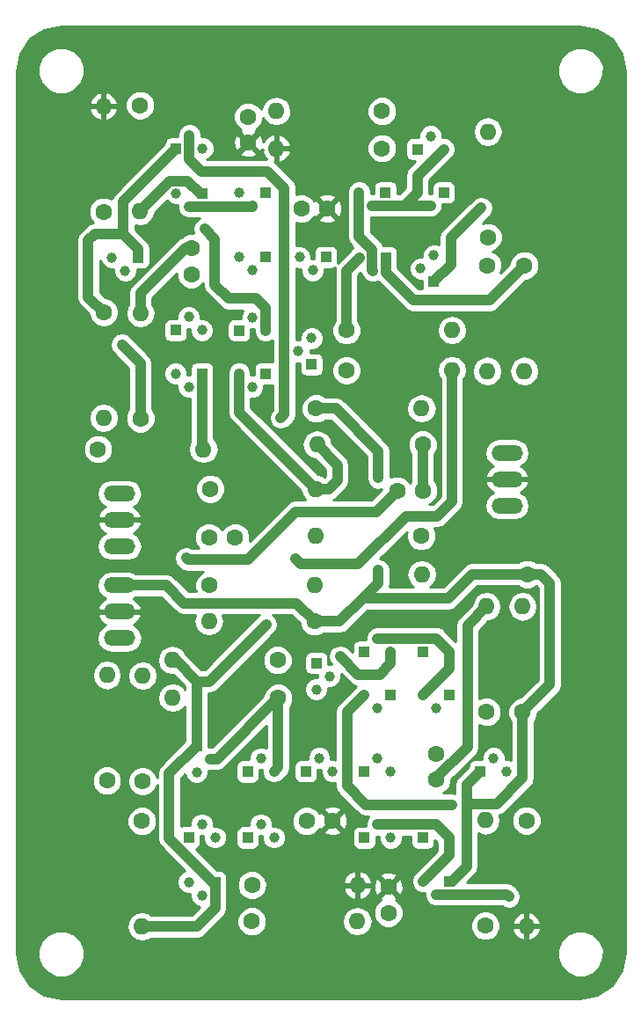
<source format=gtl>
G04 #@! TF.FileFunction,Copper,L1,Top,Signal*
%FSLAX46Y46*%
G04 Gerber Fmt 4.6, Leading zero omitted, Abs format (unit mm)*
G04 Created by KiCad (PCBNEW 4.0.6) date 06/07/18 20:08:10*
%MOMM*%
%LPD*%
G01*
G04 APERTURE LIST*
%ADD10C,0.100000*%
%ADD11C,1.000000*%
%ADD12R,1.000000X1.000000*%
%ADD13C,1.600000*%
%ADD14O,3.010000X1.510000*%
%ADD15O,1.600000X1.600000*%
%ADD16C,0.800000*%
%ADD17C,1.000000*%
%ADD18C,0.254000*%
G04 APERTURE END LIST*
D10*
D11*
X185438080Y-116346260D03*
X184168080Y-115076260D03*
D12*
X186708080Y-115076260D03*
D13*
X171744940Y-99932780D03*
X169244940Y-99932780D03*
X187348160Y-95421740D03*
X189848160Y-95421740D03*
X191135300Y-120735380D03*
X191135300Y-123235380D03*
X167531080Y-74616600D03*
X167531080Y-72116600D03*
X178633420Y-127220000D03*
X181133420Y-127220000D03*
X178113990Y-68288190D03*
X180613990Y-68288190D03*
X186504880Y-136076980D03*
X186504880Y-133576980D03*
X173020020Y-59460420D03*
X173020020Y-61960420D03*
D14*
X160619740Y-95706220D03*
X160619740Y-98246220D03*
X160619740Y-100786220D03*
X160619740Y-104535260D03*
X160619740Y-107075260D03*
X160619740Y-109615260D03*
X197939960Y-96879700D03*
X197939960Y-94339700D03*
X197939960Y-91799700D03*
D11*
X169331940Y-121253540D03*
X168061940Y-122523540D03*
D12*
X168061940Y-119983540D03*
D11*
X189601140Y-74045100D03*
X190871140Y-72775100D03*
D12*
X190871140Y-75315100D03*
D11*
X185471100Y-109652360D03*
X186741100Y-110922360D03*
D12*
X184201100Y-110922360D03*
D11*
X173416260Y-85426840D03*
X172146260Y-84156840D03*
D12*
X174686260Y-84156840D03*
D11*
X191105600Y-109652360D03*
X192375600Y-110922360D03*
D12*
X189835600Y-110922360D03*
D11*
X167292320Y-85431920D03*
X166022320Y-84161920D03*
D12*
X168562320Y-84161920D03*
D11*
X180840680Y-113280480D03*
X179570680Y-114550480D03*
D12*
X179570680Y-112010480D03*
D11*
X177848560Y-82025780D03*
X179118560Y-80755780D03*
D12*
X179118560Y-83295780D03*
D11*
X191107360Y-116342360D03*
X189837360Y-115072360D03*
D12*
X192377360Y-115072360D03*
D11*
X167294860Y-78718700D03*
X168564860Y-79988700D03*
D12*
X166024860Y-79988700D03*
D11*
X173403560Y-78733940D03*
X174673560Y-80003940D03*
D12*
X172133560Y-80003940D03*
D11*
X196619160Y-121172260D03*
X197889160Y-122442260D03*
D12*
X195349160Y-122442260D03*
D11*
X185448240Y-121162100D03*
X186718240Y-122432100D03*
D12*
X184178240Y-122432100D03*
D11*
X179839920Y-121172260D03*
X181109920Y-122442260D03*
D12*
X178569920Y-122442260D03*
D11*
X174226520Y-121195120D03*
X175496520Y-122465120D03*
D12*
X172956520Y-122465120D03*
D11*
X161150600Y-74255920D03*
X159880600Y-72985920D03*
D12*
X162420600Y-72985920D03*
D11*
X173401020Y-74207660D03*
X172131020Y-72937660D03*
D12*
X174671020Y-72937660D03*
D11*
X179220160Y-74227980D03*
X177950160Y-72957980D03*
D12*
X180490160Y-72957980D03*
D11*
X185003740Y-74255920D03*
X183733740Y-72985920D03*
D12*
X186273740Y-72985920D03*
D11*
X185445600Y-127562360D03*
X186715600Y-128832360D03*
D12*
X184175600Y-128832360D03*
D11*
X174239220Y-127547660D03*
X175509220Y-128817660D03*
D12*
X172969220Y-128817660D03*
D11*
X173432770Y-68054510D03*
X172162770Y-66784510D03*
D12*
X174702770Y-66784510D03*
D11*
X184954210Y-67998630D03*
X183684210Y-66728630D03*
D12*
X186224210Y-66728630D03*
D11*
X191075600Y-127562360D03*
X192345600Y-128832360D03*
D12*
X189805600Y-128832360D03*
D11*
X168557240Y-127537500D03*
X169827240Y-128807500D03*
D12*
X167287240Y-128807500D03*
D11*
X167349470Y-68110390D03*
X166079470Y-66840390D03*
D12*
X168619470Y-66840390D03*
D11*
X190587930Y-68008790D03*
X189317930Y-66738790D03*
D12*
X191857930Y-66738790D03*
D11*
X191105600Y-134292360D03*
X189835600Y-133022360D03*
D12*
X192375600Y-133022360D03*
D11*
X168557240Y-134380260D03*
X167287240Y-133110260D03*
D12*
X169827240Y-133110260D03*
D11*
X167357090Y-61226990D03*
X168627090Y-62496990D03*
D12*
X166087090Y-62496990D03*
D11*
X190587930Y-61293030D03*
X191857930Y-62563030D03*
D12*
X189317930Y-62563030D03*
D13*
X169278600Y-104535260D03*
D15*
X179438600Y-104535260D03*
D13*
X189674800Y-99785460D03*
D15*
X179514800Y-99785460D03*
D13*
X189801800Y-90997060D03*
D15*
X179641800Y-90997060D03*
D13*
X169354800Y-95264260D03*
D15*
X179514800Y-95264260D03*
D13*
X175897840Y-115363280D03*
D15*
X165737840Y-115363280D03*
D13*
X162834620Y-123392220D03*
D15*
X162834620Y-113232220D03*
D13*
X182471360Y-79998860D03*
D15*
X192631360Y-79998860D03*
D13*
X196027340Y-73760620D03*
D15*
X196027340Y-83920620D03*
D13*
X179380180Y-108025220D03*
D15*
X169220180Y-108025220D03*
D13*
X179542740Y-87522340D03*
D15*
X189702740Y-87522340D03*
D13*
X199875440Y-103476080D03*
D15*
X189715440Y-103476080D03*
D13*
X158549640Y-91436480D03*
D15*
X168709640Y-91436480D03*
D13*
X175849580Y-111741240D03*
D15*
X165689580Y-111741240D03*
D13*
X182471360Y-83854580D03*
D15*
X192631360Y-83854580D03*
D13*
X199428400Y-116742500D03*
D15*
X199428400Y-106582500D03*
D13*
X159095740Y-78266580D03*
D15*
X159095740Y-88426580D03*
D13*
X199801780Y-127181900D03*
D15*
X199801780Y-137341900D03*
D13*
X159080500Y-68589180D03*
D15*
X159080500Y-58429180D03*
D13*
X195963840Y-116742500D03*
D15*
X195963840Y-106582500D03*
D13*
X159400540Y-123338880D03*
D15*
X159400540Y-113178880D03*
D13*
X162644120Y-88492620D03*
D15*
X162644120Y-78332620D03*
D13*
X199603660Y-73760620D03*
D15*
X199603660Y-83920620D03*
D13*
X195849540Y-137306340D03*
D15*
X195849540Y-127146340D03*
D13*
X162763500Y-127220000D03*
D15*
X162763500Y-137380000D03*
D13*
X162611100Y-58335200D03*
D15*
X162611100Y-68495200D03*
D13*
X196071790Y-71031390D03*
D15*
X196071790Y-60871390D03*
D13*
X173373080Y-133394740D03*
D15*
X183533080Y-133394740D03*
D13*
X185872420Y-62477940D03*
D15*
X175712420Y-62477940D03*
D13*
X173345140Y-136887240D03*
D15*
X183505140Y-136887240D03*
D13*
X185872420Y-58901620D03*
D15*
X175712420Y-58901620D03*
D16*
X167030700Y-101921600D03*
X185560000Y-94200000D03*
X185560000Y-103090000D03*
X177533600Y-102010500D03*
X174752300Y-108322400D03*
X195440600Y-68203100D03*
X198094900Y-134497100D03*
X176136600Y-88434200D03*
X183733740Y-72985920D03*
X181851600Y-111370400D03*
X192633900Y-125657900D03*
X168821400Y-70247800D03*
X160845800Y-81385700D03*
D17*
X185318700Y-97451200D02*
X187348160Y-95421740D01*
X177584400Y-97451200D02*
X185318700Y-97451200D01*
X172948900Y-102086700D02*
X177584400Y-97451200D01*
X167195800Y-102086700D02*
X172948900Y-102086700D01*
X167030700Y-101921600D02*
X167195800Y-102086700D01*
X189801800Y-90997060D02*
X189801800Y-95375380D01*
X189801800Y-95375380D02*
X189848160Y-95421740D01*
X191135300Y-123235380D02*
X191135300Y-123092500D01*
X191135300Y-123092500D02*
X194132500Y-120095300D01*
X194132500Y-108413840D02*
X195963840Y-106582500D01*
X194132500Y-120095300D02*
X194132500Y-108413840D01*
X167531080Y-72116600D02*
X166939900Y-72116600D01*
X166939900Y-72116600D02*
X162644120Y-76412380D01*
X162644120Y-76412380D02*
X162644120Y-78332620D01*
X159347200Y-70743100D02*
X158216900Y-70743100D01*
X160985500Y-70743100D02*
X159347200Y-70743100D01*
X157620000Y-76790840D02*
X159095740Y-78266580D01*
X157620000Y-71340000D02*
X157620000Y-76790840D01*
X158216900Y-70743100D02*
X157620000Y-71340000D01*
X184048700Y-105807800D02*
X184112200Y-105807800D01*
X181422340Y-87522340D02*
X179542740Y-87522340D01*
X185560000Y-91660000D02*
X181422340Y-87522340D01*
X185560000Y-94200000D02*
X185560000Y-91660000D01*
X185560000Y-104360000D02*
X185560000Y-103090000D01*
X184112200Y-105807800D02*
X185560000Y-104360000D01*
X199875440Y-103476080D02*
X201186080Y-103476080D01*
X202070000Y-114100900D02*
X199428400Y-116742500D01*
X202070000Y-104360000D02*
X202070000Y-114100900D01*
X201186080Y-103476080D02*
X202070000Y-104360000D01*
X160619740Y-104535260D02*
X165085060Y-104535260D01*
X177632660Y-106277700D02*
X179380180Y-108025220D01*
X166827500Y-106277700D02*
X177632660Y-106277700D01*
X165085060Y-104535260D02*
X166827500Y-106277700D01*
X179380180Y-108025220D02*
X181831280Y-108025220D01*
X181831280Y-108025220D02*
X184048700Y-105807800D01*
X184048700Y-105807800D02*
X192278300Y-105807800D01*
X192278300Y-105807800D02*
X194610020Y-103476080D01*
X194610020Y-103476080D02*
X199875440Y-103476080D01*
X199428400Y-116742500D02*
X199428400Y-123092500D01*
X199428400Y-123092500D02*
X196964600Y-125556300D01*
X196964600Y-125556300D02*
X194043600Y-125556300D01*
X192375600Y-133022360D02*
X192622740Y-133022360D01*
X192622740Y-133022360D02*
X194043600Y-131601500D01*
X194043600Y-123747820D02*
X195349160Y-122442260D01*
X194043600Y-131601500D02*
X194043600Y-125556300D01*
X194043600Y-125556300D02*
X194043600Y-123747820D01*
X162420600Y-72985920D02*
X162420600Y-72178200D01*
X160985500Y-67598580D02*
X166087090Y-62496990D01*
X160985500Y-70743100D02*
X160985500Y-67598580D01*
X162420600Y-72178200D02*
X160985500Y-70743100D01*
X168053050Y-113789750D02*
X169284950Y-113789750D01*
X192631360Y-96475840D02*
X192631360Y-83854580D01*
X191224200Y-97883000D02*
X192631360Y-96475840D01*
X188201600Y-97883000D02*
X191224200Y-97883000D01*
X183578800Y-102505800D02*
X188201600Y-97883000D01*
X178028900Y-102505800D02*
X183578800Y-102505800D01*
X177533600Y-102010500D02*
X178028900Y-102505800D01*
X169284950Y-113789750D02*
X174752300Y-108322400D01*
X165689580Y-111741240D02*
X166004540Y-111741240D01*
X166004540Y-111741240D02*
X168053050Y-113789750D01*
X168053050Y-113789750D02*
X168061940Y-113798640D01*
X168061940Y-113798640D02*
X168061940Y-119983540D01*
X169827240Y-133110260D02*
X169593560Y-133110260D01*
X169593560Y-133110260D02*
X165379700Y-128896400D01*
X165379700Y-122665780D02*
X168061940Y-119983540D01*
X165379700Y-128896400D02*
X165379700Y-122665780D01*
X162763500Y-137380000D02*
X168059400Y-137380000D01*
X169827240Y-135612160D02*
X169827240Y-133110260D01*
X168059400Y-137380000D02*
X169827240Y-135612160D01*
X192532300Y-73653940D02*
X190871140Y-75315100D01*
X192532300Y-71111400D02*
X192532300Y-73653940D01*
X195440600Y-68203100D02*
X192532300Y-71111400D01*
X197890160Y-134292360D02*
X191105600Y-134292360D01*
X198094900Y-134497100D02*
X197890160Y-134292360D01*
X167357090Y-63576490D02*
X167357090Y-61226990D01*
X168478500Y-64697900D02*
X167357090Y-63576490D01*
X174879300Y-64697900D02*
X168478500Y-64697900D01*
X176479500Y-66298100D02*
X174879300Y-64697900D01*
X176479500Y-88091300D02*
X176479500Y-66298100D01*
X176136600Y-88434200D02*
X176479500Y-88091300D01*
X169331940Y-121253540D02*
X170007580Y-121253540D01*
X170007580Y-121253540D02*
X175897840Y-115363280D01*
X175897840Y-115363280D02*
X175897840Y-122063800D01*
X175897840Y-122063800D02*
X175496520Y-122465120D01*
X183733740Y-72985920D02*
X182471360Y-74248300D01*
X182471360Y-74248300D02*
X182471360Y-79998860D01*
X185471100Y-109652360D02*
X191105600Y-109652360D01*
X191105600Y-109652360D02*
X192375600Y-110922360D01*
X192375600Y-110922360D02*
X192375600Y-112534120D01*
X192375600Y-112534120D02*
X189837360Y-115072360D01*
X186741100Y-112081600D02*
X186741100Y-110922360D01*
X185699700Y-113123000D02*
X186741100Y-112081600D01*
X183604200Y-113123000D02*
X185699700Y-113123000D01*
X181851600Y-111370400D02*
X183604200Y-113123000D01*
X179514800Y-95264260D02*
X180812740Y-95264260D01*
X181610300Y-92965560D02*
X179641800Y-90997060D01*
X181610300Y-94466700D02*
X181610300Y-92965560D01*
X180812740Y-95264260D02*
X181610300Y-94466700D01*
X172146260Y-84156840D02*
X172146260Y-87895720D01*
X172146260Y-87895720D02*
X179514800Y-95264260D01*
X168562320Y-84161920D02*
X168562320Y-91289160D01*
X168562320Y-91289160D02*
X168709640Y-91436480D01*
X184168080Y-115076260D02*
X184168080Y-115111820D01*
X184168080Y-115111820D02*
X182537400Y-116742500D01*
X182537400Y-116742500D02*
X182537400Y-123829100D01*
X182537400Y-123829100D02*
X184366200Y-125657900D01*
X184366200Y-125657900D02*
X192633900Y-125657900D01*
X168821400Y-70247800D02*
X169812000Y-71238400D01*
X169812000Y-71238400D02*
X169812000Y-75607200D01*
X169812000Y-75607200D02*
X171132800Y-76928000D01*
X171132800Y-76928000D02*
X173749000Y-76928000D01*
X173749000Y-76928000D02*
X174673560Y-77852560D01*
X174673560Y-77852560D02*
X174673560Y-80003940D01*
X162644120Y-83184020D02*
X162644120Y-88492620D01*
X160845800Y-81385700D02*
X162644120Y-83184020D01*
X183684210Y-66728630D02*
X183684210Y-71000910D01*
X184937700Y-72254400D02*
X184937700Y-74189880D01*
X183684210Y-71000910D02*
X184937700Y-72254400D01*
X184937700Y-74189880D02*
X185003740Y-74255920D01*
X186273740Y-72985920D02*
X186273740Y-74454040D01*
X196245780Y-77118500D02*
X199603660Y-73760620D01*
X188938200Y-77118500D02*
X196245780Y-77118500D01*
X186273740Y-74454040D02*
X188938200Y-77118500D01*
X192345600Y-128832360D02*
X192345600Y-130512360D01*
X192345600Y-130512360D02*
X189835600Y-133022360D01*
X192345600Y-128832360D02*
X191075600Y-127562360D01*
X191075600Y-127562360D02*
X185445600Y-127562360D01*
X167349470Y-68110390D02*
X173376890Y-68110390D01*
X173376890Y-68110390D02*
X173432770Y-68054510D01*
X190587930Y-68008790D02*
X188068250Y-68008790D01*
X188068250Y-68008790D02*
X188058090Y-67998630D01*
X189317930Y-66738790D02*
X189317930Y-65103030D01*
X189317930Y-65103030D02*
X191857930Y-62563030D01*
X184954210Y-67998630D02*
X188058090Y-67998630D01*
X188058090Y-67998630D02*
X189317930Y-66738790D01*
X168619470Y-66840390D02*
X168411190Y-66840390D01*
X168411190Y-66840390D02*
X167183100Y-65612300D01*
X167183100Y-65612300D02*
X165494000Y-65612300D01*
X165494000Y-65612300D02*
X162611100Y-68495200D01*
D18*
G36*
X206636390Y-51049408D02*
X208023654Y-51976349D01*
X208950592Y-53363610D01*
X209290000Y-55069931D01*
X209290000Y-139930069D01*
X208950592Y-141636390D01*
X208023654Y-143023651D01*
X206636390Y-143950592D01*
X204930069Y-144290000D01*
X155069931Y-144290000D01*
X153363610Y-143950592D01*
X151976349Y-143023654D01*
X151049408Y-141636390D01*
X150811953Y-140442619D01*
X152764613Y-140442619D01*
X153104155Y-141264372D01*
X153732321Y-141893636D01*
X154553481Y-142234611D01*
X155442619Y-142235387D01*
X156264372Y-141895845D01*
X156893636Y-141267679D01*
X157234611Y-140446519D01*
X157234614Y-140442619D01*
X202764613Y-140442619D01*
X203104155Y-141264372D01*
X203732321Y-141893636D01*
X204553481Y-142234611D01*
X205442619Y-142235387D01*
X206264372Y-141895845D01*
X206893636Y-141267679D01*
X207234611Y-140446519D01*
X207235387Y-139557381D01*
X206895845Y-138735628D01*
X206267679Y-138106364D01*
X205446519Y-137765389D01*
X204557381Y-137764613D01*
X203735628Y-138104155D01*
X203106364Y-138732321D01*
X202765389Y-139553481D01*
X202764613Y-140442619D01*
X157234614Y-140442619D01*
X157235387Y-139557381D01*
X156895845Y-138735628D01*
X156267679Y-138106364D01*
X155446519Y-137765389D01*
X154557381Y-137764613D01*
X153735628Y-138104155D01*
X153106364Y-138732321D01*
X152765389Y-139553481D01*
X152764613Y-140442619D01*
X150811953Y-140442619D01*
X150710000Y-139930069D01*
X150710000Y-127504187D01*
X161328252Y-127504187D01*
X161546257Y-128031800D01*
X161949577Y-128435824D01*
X162476809Y-128654750D01*
X163047687Y-128655248D01*
X163575300Y-128437243D01*
X163979324Y-128033923D01*
X164198250Y-127506691D01*
X164198748Y-126935813D01*
X163980743Y-126408200D01*
X163577423Y-126004176D01*
X163050191Y-125785250D01*
X162479313Y-125784752D01*
X161951700Y-126002757D01*
X161547676Y-126406077D01*
X161328750Y-126933309D01*
X161328252Y-127504187D01*
X150710000Y-127504187D01*
X150710000Y-123623067D01*
X157965292Y-123623067D01*
X158183297Y-124150680D01*
X158586617Y-124554704D01*
X159113849Y-124773630D01*
X159684727Y-124774128D01*
X160212340Y-124556123D01*
X160616364Y-124152803D01*
X160835290Y-123625571D01*
X160835788Y-123054693D01*
X160617783Y-122527080D01*
X160214463Y-122123056D01*
X159687231Y-121904130D01*
X159116353Y-121903632D01*
X158588740Y-122121637D01*
X158184716Y-122524957D01*
X157965790Y-123052189D01*
X157965292Y-123623067D01*
X150710000Y-123623067D01*
X150710000Y-113150767D01*
X157965540Y-113150767D01*
X157965540Y-113206993D01*
X158074773Y-113756144D01*
X158385842Y-114221691D01*
X158851389Y-114532760D01*
X159400540Y-114641993D01*
X159949691Y-114532760D01*
X160415238Y-114221691D01*
X160726307Y-113756144D01*
X160835540Y-113206993D01*
X160835540Y-113204107D01*
X161399620Y-113204107D01*
X161399620Y-113260333D01*
X161508853Y-113809484D01*
X161819922Y-114275031D01*
X162285469Y-114586100D01*
X162834620Y-114695333D01*
X163383771Y-114586100D01*
X163849318Y-114275031D01*
X164160387Y-113809484D01*
X164269620Y-113260333D01*
X164269620Y-113204107D01*
X164160387Y-112654956D01*
X163849318Y-112189409D01*
X163383771Y-111878340D01*
X162834620Y-111769107D01*
X162285469Y-111878340D01*
X161819922Y-112189409D01*
X161508853Y-112654956D01*
X161399620Y-113204107D01*
X160835540Y-113204107D01*
X160835540Y-113150767D01*
X160726307Y-112601616D01*
X160415238Y-112136069D01*
X159949691Y-111825000D01*
X159400540Y-111715767D01*
X158851389Y-111825000D01*
X158385842Y-112136069D01*
X158074773Y-112601616D01*
X157965540Y-113150767D01*
X150710000Y-113150767D01*
X150710000Y-109615260D01*
X158437815Y-109615260D01*
X158543622Y-110147190D01*
X158844937Y-110598138D01*
X159295885Y-110899453D01*
X159827815Y-111005260D01*
X161411665Y-111005260D01*
X161943595Y-110899453D01*
X162394543Y-110598138D01*
X162695858Y-110147190D01*
X162801665Y-109615260D01*
X162695858Y-109083330D01*
X162394543Y-108632382D01*
X161945753Y-108332509D01*
X162019003Y-108310852D01*
X162442421Y-107968336D01*
X162702533Y-107489857D01*
X162717017Y-107417231D01*
X162594423Y-107202260D01*
X160746740Y-107202260D01*
X160746740Y-107222260D01*
X160492740Y-107222260D01*
X160492740Y-107202260D01*
X158645057Y-107202260D01*
X158522463Y-107417231D01*
X158536947Y-107489857D01*
X158797059Y-107968336D01*
X159220477Y-108310852D01*
X159293727Y-108332509D01*
X158844937Y-108632382D01*
X158543622Y-109083330D01*
X158437815Y-109615260D01*
X150710000Y-109615260D01*
X150710000Y-100786220D01*
X158437815Y-100786220D01*
X158543622Y-101318150D01*
X158844937Y-101769098D01*
X159295885Y-102070413D01*
X159827815Y-102176220D01*
X161411665Y-102176220D01*
X161943595Y-102070413D01*
X162394543Y-101769098D01*
X162695858Y-101318150D01*
X162801665Y-100786220D01*
X162695858Y-100254290D01*
X162394543Y-99803342D01*
X161945753Y-99503469D01*
X162019003Y-99481812D01*
X162442421Y-99139296D01*
X162702533Y-98660817D01*
X162717017Y-98588191D01*
X162594423Y-98373220D01*
X160746740Y-98373220D01*
X160746740Y-98393220D01*
X160492740Y-98393220D01*
X160492740Y-98373220D01*
X158645057Y-98373220D01*
X158522463Y-98588191D01*
X158536947Y-98660817D01*
X158797059Y-99139296D01*
X159220477Y-99481812D01*
X159293727Y-99503469D01*
X158844937Y-99803342D01*
X158543622Y-100254290D01*
X158437815Y-100786220D01*
X150710000Y-100786220D01*
X150710000Y-95706220D01*
X158437815Y-95706220D01*
X158543622Y-96238150D01*
X158844937Y-96689098D01*
X159293727Y-96988971D01*
X159220477Y-97010628D01*
X158797059Y-97353144D01*
X158536947Y-97831623D01*
X158522463Y-97904249D01*
X158645057Y-98119220D01*
X160492740Y-98119220D01*
X160492740Y-98099220D01*
X160746740Y-98099220D01*
X160746740Y-98119220D01*
X162594423Y-98119220D01*
X162717017Y-97904249D01*
X162702533Y-97831623D01*
X162442421Y-97353144D01*
X162019003Y-97010628D01*
X161945753Y-96988971D01*
X162394543Y-96689098D01*
X162695858Y-96238150D01*
X162801665Y-95706220D01*
X162770283Y-95548447D01*
X167919552Y-95548447D01*
X168137557Y-96076060D01*
X168540877Y-96480084D01*
X169068109Y-96699010D01*
X169638987Y-96699508D01*
X170166600Y-96481503D01*
X170570624Y-96078183D01*
X170789550Y-95550951D01*
X170790048Y-94980073D01*
X170572043Y-94452460D01*
X170168723Y-94048436D01*
X169641491Y-93829510D01*
X169070613Y-93829012D01*
X168543000Y-94047017D01*
X168138976Y-94450337D01*
X167920050Y-94977569D01*
X167919552Y-95548447D01*
X162770283Y-95548447D01*
X162695858Y-95174290D01*
X162394543Y-94723342D01*
X161943595Y-94422027D01*
X161411665Y-94316220D01*
X159827815Y-94316220D01*
X159295885Y-94422027D01*
X158844937Y-94723342D01*
X158543622Y-95174290D01*
X158437815Y-95706220D01*
X150710000Y-95706220D01*
X150710000Y-91720667D01*
X157114392Y-91720667D01*
X157332397Y-92248280D01*
X157735717Y-92652304D01*
X158262949Y-92871230D01*
X158833827Y-92871728D01*
X159361440Y-92653723D01*
X159765464Y-92250403D01*
X159984390Y-91723171D01*
X159984888Y-91152293D01*
X159766883Y-90624680D01*
X159363563Y-90220656D01*
X158836331Y-90001730D01*
X158265453Y-90001232D01*
X157737840Y-90219237D01*
X157333816Y-90622557D01*
X157114890Y-91149789D01*
X157114392Y-91720667D01*
X150710000Y-91720667D01*
X150710000Y-88398467D01*
X157660740Y-88398467D01*
X157660740Y-88454693D01*
X157769973Y-89003844D01*
X158081042Y-89469391D01*
X158546589Y-89780460D01*
X159095740Y-89889693D01*
X159644891Y-89780460D01*
X160110438Y-89469391D01*
X160421507Y-89003844D01*
X160530740Y-88454693D01*
X160530740Y-88398467D01*
X160421507Y-87849316D01*
X160110438Y-87383769D01*
X159644891Y-87072700D01*
X159095740Y-86963467D01*
X158546589Y-87072700D01*
X158081042Y-87383769D01*
X157769973Y-87849316D01*
X157660740Y-88398467D01*
X150710000Y-88398467D01*
X150710000Y-81385700D01*
X159710800Y-81385700D01*
X159797197Y-81820045D01*
X160043234Y-82188266D01*
X161509120Y-83654153D01*
X161509120Y-87598014D01*
X161428296Y-87678697D01*
X161209370Y-88205929D01*
X161208872Y-88776807D01*
X161426877Y-89304420D01*
X161830197Y-89708444D01*
X162357429Y-89927370D01*
X162928307Y-89927868D01*
X163455920Y-89709863D01*
X163859944Y-89306543D01*
X164078870Y-88779311D01*
X164079368Y-88208433D01*
X163861363Y-87680820D01*
X163779120Y-87598433D01*
X163779120Y-84386695D01*
X164887123Y-84386695D01*
X165059553Y-84804006D01*
X165378555Y-85123565D01*
X165795564Y-85296723D01*
X166157437Y-85297039D01*
X166157123Y-85656695D01*
X166329553Y-86074006D01*
X166648555Y-86393565D01*
X167065564Y-86566723D01*
X167427320Y-86567039D01*
X167427320Y-90780232D01*
X167355760Y-90887329D01*
X167246527Y-91436480D01*
X167355760Y-91985631D01*
X167666829Y-92451178D01*
X168132376Y-92762247D01*
X168681527Y-92871480D01*
X168737753Y-92871480D01*
X169286904Y-92762247D01*
X169752451Y-92451178D01*
X170063520Y-91985631D01*
X170172753Y-91436480D01*
X170063520Y-90887329D01*
X169752451Y-90421782D01*
X169697320Y-90384945D01*
X169697320Y-84723351D01*
X169709760Y-84661920D01*
X169709760Y-83661920D01*
X169665482Y-83426603D01*
X169526410Y-83210479D01*
X169314210Y-83065489D01*
X169062320Y-83014480D01*
X168062320Y-83014480D01*
X167827003Y-83058758D01*
X167610879Y-83197830D01*
X167465889Y-83410030D01*
X167414880Y-83661920D01*
X167414880Y-84297026D01*
X167157203Y-84296801D01*
X167157517Y-83937145D01*
X166985087Y-83519834D01*
X166666085Y-83200275D01*
X166249076Y-83027117D01*
X165797545Y-83026723D01*
X165380234Y-83199153D01*
X165060675Y-83518155D01*
X164887517Y-83935164D01*
X164887123Y-84386695D01*
X163779120Y-84386695D01*
X163779120Y-83184020D01*
X163754204Y-83058758D01*
X163692724Y-82749675D01*
X163446687Y-82381454D01*
X161648366Y-80583134D01*
X161280145Y-80337097D01*
X160845800Y-80250700D01*
X160411455Y-80337097D01*
X160043234Y-80583134D01*
X159797197Y-80951355D01*
X159710800Y-81385700D01*
X150710000Y-81385700D01*
X150710000Y-71340000D01*
X156485000Y-71340000D01*
X156485000Y-76790840D01*
X156571397Y-77225186D01*
X156724807Y-77454780D01*
X156817434Y-77593406D01*
X157660592Y-78436564D01*
X157660492Y-78550767D01*
X157878497Y-79078380D01*
X158281817Y-79482404D01*
X158809049Y-79701330D01*
X159379927Y-79701828D01*
X159907540Y-79483823D01*
X160311564Y-79080503D01*
X160530490Y-78553271D01*
X160530988Y-77982393D01*
X160312983Y-77454780D01*
X159909663Y-77050756D01*
X159382431Y-76831830D01*
X159266021Y-76831728D01*
X158755000Y-76320708D01*
X158755000Y-73233921D01*
X158917833Y-73628006D01*
X159236835Y-73947565D01*
X159653844Y-74120723D01*
X160015717Y-74121039D01*
X160015403Y-74480695D01*
X160187833Y-74898006D01*
X160506835Y-75217565D01*
X160923844Y-75390723D01*
X161375375Y-75391117D01*
X161792686Y-75218687D01*
X162112245Y-74899685D01*
X162285403Y-74482676D01*
X162285708Y-74133360D01*
X162920600Y-74133360D01*
X163155917Y-74089082D01*
X163372041Y-73950010D01*
X163517031Y-73737810D01*
X163568040Y-73485920D01*
X163568040Y-72485920D01*
X163555600Y-72419807D01*
X163555600Y-72178200D01*
X163469203Y-71743854D01*
X163223166Y-71375634D01*
X162120500Y-70272968D01*
X162120500Y-69860727D01*
X162611100Y-69958313D01*
X163160251Y-69849080D01*
X163625798Y-69538011D01*
X163936867Y-69072464D01*
X164010836Y-68700596D01*
X165172781Y-67538651D01*
X165435705Y-67802035D01*
X165852714Y-67975193D01*
X166214587Y-67975509D01*
X166214273Y-68335165D01*
X166386703Y-68752476D01*
X166705705Y-69072035D01*
X167122714Y-69245193D01*
X167574245Y-69245587D01*
X167574722Y-69245390D01*
X168317922Y-69245390D01*
X168018834Y-69445234D01*
X167772797Y-69813455D01*
X167686400Y-70247800D01*
X167772731Y-70681811D01*
X167246893Y-70681352D01*
X166719280Y-70899357D01*
X166561492Y-71056870D01*
X166505554Y-71067997D01*
X166137334Y-71314034D01*
X161841554Y-75609814D01*
X161595517Y-75978034D01*
X161509120Y-76412380D01*
X161509120Y-77469853D01*
X161318353Y-77755356D01*
X161209120Y-78304507D01*
X161209120Y-78360733D01*
X161318353Y-78909884D01*
X161629422Y-79375431D01*
X162094969Y-79686500D01*
X162644120Y-79795733D01*
X163193271Y-79686500D01*
X163489299Y-79488700D01*
X164877420Y-79488700D01*
X164877420Y-80488700D01*
X164921698Y-80724017D01*
X165060770Y-80940141D01*
X165272970Y-81085131D01*
X165524860Y-81136140D01*
X166524860Y-81136140D01*
X166760177Y-81091862D01*
X166976301Y-80952790D01*
X167121291Y-80740590D01*
X167172300Y-80488700D01*
X167172300Y-79853594D01*
X167429977Y-79853819D01*
X167429663Y-80213475D01*
X167602093Y-80630786D01*
X167921095Y-80950345D01*
X168338104Y-81123503D01*
X168789635Y-81123897D01*
X169206946Y-80951467D01*
X169526505Y-80632465D01*
X169699663Y-80215456D01*
X169700057Y-79763925D01*
X169527627Y-79346614D01*
X169208625Y-79027055D01*
X168791616Y-78853897D01*
X168429743Y-78853581D01*
X168430057Y-78493925D01*
X168257627Y-78076614D01*
X167938625Y-77757055D01*
X167521616Y-77583897D01*
X167070085Y-77583503D01*
X166652774Y-77755933D01*
X166333215Y-78074935D01*
X166160057Y-78491944D01*
X166159752Y-78841260D01*
X165524860Y-78841260D01*
X165289543Y-78885538D01*
X165073419Y-79024610D01*
X164928429Y-79236810D01*
X164877420Y-79488700D01*
X163489299Y-79488700D01*
X163658818Y-79375431D01*
X163969887Y-78909884D01*
X164079120Y-78360733D01*
X164079120Y-78304507D01*
X163969887Y-77755356D01*
X163779120Y-77469853D01*
X163779120Y-76882512D01*
X166096124Y-74565508D01*
X166095832Y-74900787D01*
X166313837Y-75428400D01*
X166717157Y-75832424D01*
X167244389Y-76051350D01*
X167815267Y-76051848D01*
X168342880Y-75833843D01*
X168677000Y-75500305D01*
X168677000Y-75607200D01*
X168763397Y-76041546D01*
X168978656Y-76363703D01*
X169009434Y-76409766D01*
X170330234Y-77730566D01*
X170698454Y-77976603D01*
X171132800Y-78063000D01*
X172469137Y-78063000D01*
X172441915Y-78090175D01*
X172268757Y-78507184D01*
X172268452Y-78856500D01*
X171633560Y-78856500D01*
X171398243Y-78900778D01*
X171182119Y-79039850D01*
X171037129Y-79252050D01*
X170986120Y-79503940D01*
X170986120Y-80503940D01*
X171030398Y-80739257D01*
X171169470Y-80955381D01*
X171381670Y-81100371D01*
X171633560Y-81151380D01*
X172633560Y-81151380D01*
X172868877Y-81107102D01*
X173085001Y-80968030D01*
X173229991Y-80755830D01*
X173281000Y-80503940D01*
X173281000Y-79868834D01*
X173538560Y-79869059D01*
X173538560Y-80002950D01*
X173538363Y-80228715D01*
X173710793Y-80646026D01*
X174029795Y-80965585D01*
X174446804Y-81138743D01*
X174898335Y-81139137D01*
X175315646Y-80966707D01*
X175344500Y-80937903D01*
X175344500Y-83041444D01*
X175186260Y-83009400D01*
X174186260Y-83009400D01*
X173950943Y-83053678D01*
X173734819Y-83192750D01*
X173589829Y-83404950D01*
X173538820Y-83656840D01*
X173538820Y-84291946D01*
X173281260Y-84291721D01*
X173281260Y-84157831D01*
X173281457Y-83932065D01*
X173109027Y-83514754D01*
X172790025Y-83195195D01*
X172373016Y-83022037D01*
X171921485Y-83021643D01*
X171504174Y-83194073D01*
X171184615Y-83513075D01*
X171011457Y-83930084D01*
X171011063Y-84381615D01*
X171011260Y-84382092D01*
X171011260Y-87895720D01*
X171097657Y-88330066D01*
X171258606Y-88570943D01*
X171343694Y-88698286D01*
X178086951Y-95441543D01*
X178160920Y-95813411D01*
X178471989Y-96278958D01*
X178527726Y-96316200D01*
X177584400Y-96316200D01*
X177150054Y-96402597D01*
X176798401Y-96637564D01*
X176781834Y-96648634D01*
X173157459Y-100273009D01*
X173179690Y-100219471D01*
X173180188Y-99648593D01*
X172962183Y-99120980D01*
X172558863Y-98716956D01*
X172031631Y-98498030D01*
X171460753Y-98497532D01*
X170933140Y-98715537D01*
X170529116Y-99118857D01*
X170495127Y-99200711D01*
X170462183Y-99120980D01*
X170058863Y-98716956D01*
X169531631Y-98498030D01*
X168960753Y-98497532D01*
X168433140Y-98715537D01*
X168029116Y-99118857D01*
X167810190Y-99646089D01*
X167809692Y-100216967D01*
X168027697Y-100744580D01*
X168234456Y-100951700D01*
X167582833Y-100951700D01*
X167465045Y-100872997D01*
X167030700Y-100786600D01*
X166596355Y-100872997D01*
X166228134Y-101119034D01*
X165982097Y-101487255D01*
X165895700Y-101921600D01*
X165982097Y-102355945D01*
X166228134Y-102724166D01*
X166393234Y-102889266D01*
X166761455Y-103135304D01*
X167195800Y-103221700D01*
X168699905Y-103221700D01*
X168466800Y-103318017D01*
X168062776Y-103721337D01*
X167843850Y-104248569D01*
X167843352Y-104819447D01*
X167976917Y-105142700D01*
X167297632Y-105142700D01*
X165887626Y-103732694D01*
X165804343Y-103677046D01*
X165519406Y-103486657D01*
X165085060Y-103400260D01*
X162166877Y-103400260D01*
X161943595Y-103251067D01*
X161411665Y-103145260D01*
X159827815Y-103145260D01*
X159295885Y-103251067D01*
X158844937Y-103552382D01*
X158543622Y-104003330D01*
X158437815Y-104535260D01*
X158543622Y-105067190D01*
X158844937Y-105518138D01*
X159293727Y-105818011D01*
X159220477Y-105839668D01*
X158797059Y-106182184D01*
X158536947Y-106660663D01*
X158522463Y-106733289D01*
X158645057Y-106948260D01*
X160492740Y-106948260D01*
X160492740Y-106928260D01*
X160746740Y-106928260D01*
X160746740Y-106948260D01*
X162594423Y-106948260D01*
X162717017Y-106733289D01*
X162702533Y-106660663D01*
X162442421Y-106182184D01*
X162019003Y-105839668D01*
X161945753Y-105818011D01*
X162166877Y-105670260D01*
X164614928Y-105670260D01*
X166024934Y-107080266D01*
X166393154Y-107326303D01*
X166827500Y-107412700D01*
X167908642Y-107412700D01*
X167866300Y-107476069D01*
X167757067Y-108025220D01*
X167866300Y-108574371D01*
X168177369Y-109039918D01*
X168642916Y-109350987D01*
X169192067Y-109460220D01*
X169248293Y-109460220D01*
X169797444Y-109350987D01*
X170262991Y-109039918D01*
X170574060Y-108574371D01*
X170683293Y-108025220D01*
X170574060Y-107476069D01*
X170531718Y-107412700D01*
X174110070Y-107412700D01*
X173949734Y-107519833D01*
X168814818Y-112654750D01*
X168523182Y-112654750D01*
X167009105Y-111140673D01*
X166732391Y-110726542D01*
X166266844Y-110415473D01*
X165717693Y-110306240D01*
X165661467Y-110306240D01*
X165112316Y-110415473D01*
X164646769Y-110726542D01*
X164335700Y-111192089D01*
X164226467Y-111741240D01*
X164335700Y-112290391D01*
X164646769Y-112755938D01*
X165112316Y-113067007D01*
X165661467Y-113176240D01*
X165717693Y-113176240D01*
X165815044Y-113156876D01*
X166926940Y-114268772D01*
X166926940Y-114567519D01*
X166780651Y-114348582D01*
X166315104Y-114037513D01*
X165765953Y-113928280D01*
X165709727Y-113928280D01*
X165160576Y-114037513D01*
X164695029Y-114348582D01*
X164383960Y-114814129D01*
X164274727Y-115363280D01*
X164383960Y-115912431D01*
X164695029Y-116377978D01*
X165160576Y-116689047D01*
X165709727Y-116798280D01*
X165765953Y-116798280D01*
X166315104Y-116689047D01*
X166780651Y-116377978D01*
X166926940Y-116159041D01*
X166926940Y-119422109D01*
X166914500Y-119483540D01*
X166914500Y-119525848D01*
X164577134Y-121863214D01*
X164331097Y-122231434D01*
X164244700Y-122665780D01*
X164244700Y-123047122D01*
X164051863Y-122580420D01*
X163648543Y-122176396D01*
X163121311Y-121957470D01*
X162550433Y-121956972D01*
X162022820Y-122174977D01*
X161618796Y-122578297D01*
X161399870Y-123105529D01*
X161399372Y-123676407D01*
X161617377Y-124204020D01*
X162020697Y-124608044D01*
X162547929Y-124826970D01*
X163118807Y-124827468D01*
X163646420Y-124609463D01*
X164050444Y-124206143D01*
X164244700Y-123738323D01*
X164244700Y-128896400D01*
X164331097Y-129330746D01*
X164490661Y-129569550D01*
X164577134Y-129698966D01*
X166914407Y-132036239D01*
X166645154Y-132147493D01*
X166325595Y-132466495D01*
X166152437Y-132883504D01*
X166152043Y-133335035D01*
X166324473Y-133752346D01*
X166643475Y-134071905D01*
X167060484Y-134245063D01*
X167422357Y-134245379D01*
X167422043Y-134605035D01*
X167594473Y-135022346D01*
X167913475Y-135341905D01*
X168322514Y-135511754D01*
X167589268Y-136245000D01*
X163640228Y-136245000D01*
X163312651Y-136026120D01*
X162763500Y-135916887D01*
X162214349Y-136026120D01*
X161748802Y-136337189D01*
X161437733Y-136802736D01*
X161328500Y-137351887D01*
X161328500Y-137408113D01*
X161437733Y-137957264D01*
X161748802Y-138422811D01*
X162214349Y-138733880D01*
X162763500Y-138843113D01*
X163312651Y-138733880D01*
X163640228Y-138515000D01*
X168059400Y-138515000D01*
X168493746Y-138428603D01*
X168861966Y-138182566D01*
X169873105Y-137171427D01*
X171909892Y-137171427D01*
X172127897Y-137699040D01*
X172531217Y-138103064D01*
X173058449Y-138321990D01*
X173629327Y-138322488D01*
X174156940Y-138104483D01*
X174560964Y-137701163D01*
X174779890Y-137173931D01*
X174780140Y-136887240D01*
X182042027Y-136887240D01*
X182151260Y-137436391D01*
X182462329Y-137901938D01*
X182927876Y-138213007D01*
X183477027Y-138322240D01*
X183533253Y-138322240D01*
X184082404Y-138213007D01*
X184547951Y-137901938D01*
X184756029Y-137590527D01*
X194414292Y-137590527D01*
X194632297Y-138118140D01*
X195035617Y-138522164D01*
X195562849Y-138741090D01*
X196133727Y-138741588D01*
X196661340Y-138523583D01*
X197065364Y-138120263D01*
X197243634Y-137690941D01*
X198409866Y-137690941D01*
X198649391Y-138197034D01*
X199064357Y-138572941D01*
X199452741Y-138733804D01*
X199674780Y-138611815D01*
X199674780Y-137468900D01*
X199928780Y-137468900D01*
X199928780Y-138611815D01*
X200150819Y-138733804D01*
X200539203Y-138572941D01*
X200954169Y-138197034D01*
X201193694Y-137690941D01*
X201072409Y-137468900D01*
X199928780Y-137468900D01*
X199674780Y-137468900D01*
X198531151Y-137468900D01*
X198409866Y-137690941D01*
X197243634Y-137690941D01*
X197284290Y-137593031D01*
X197284788Y-137022153D01*
X197272684Y-136992859D01*
X198409866Y-136992859D01*
X198531151Y-137214900D01*
X199674780Y-137214900D01*
X199674780Y-136071985D01*
X199928780Y-136071985D01*
X199928780Y-137214900D01*
X201072409Y-137214900D01*
X201193694Y-136992859D01*
X200954169Y-136486766D01*
X200539203Y-136110859D01*
X200150819Y-135949996D01*
X199928780Y-136071985D01*
X199674780Y-136071985D01*
X199452741Y-135949996D01*
X199064357Y-136110859D01*
X198649391Y-136486766D01*
X198409866Y-136992859D01*
X197272684Y-136992859D01*
X197066783Y-136494540D01*
X196663463Y-136090516D01*
X196136231Y-135871590D01*
X195565353Y-135871092D01*
X195037740Y-136089097D01*
X194633716Y-136492417D01*
X194414790Y-137019649D01*
X194414292Y-137590527D01*
X184756029Y-137590527D01*
X184859020Y-137436391D01*
X184968253Y-136887240D01*
X184863611Y-136361167D01*
X185069632Y-136361167D01*
X185287637Y-136888780D01*
X185690957Y-137292804D01*
X186218189Y-137511730D01*
X186789067Y-137512228D01*
X187316680Y-137294223D01*
X187720704Y-136890903D01*
X187939630Y-136363671D01*
X187940128Y-135792793D01*
X187722123Y-135265180D01*
X187318803Y-134861156D01*
X187252336Y-134833557D01*
X187258885Y-134830844D01*
X187333019Y-134584725D01*
X186504880Y-133756585D01*
X185676741Y-134584725D01*
X185750875Y-134830844D01*
X185757363Y-134833176D01*
X185693080Y-134859737D01*
X185289056Y-135263057D01*
X185070130Y-135790289D01*
X185069632Y-136361167D01*
X184863611Y-136361167D01*
X184859020Y-136338089D01*
X184547951Y-135872542D01*
X184082404Y-135561473D01*
X183533253Y-135452240D01*
X183477027Y-135452240D01*
X182927876Y-135561473D01*
X182462329Y-135872542D01*
X182151260Y-136338089D01*
X182042027Y-136887240D01*
X174780140Y-136887240D01*
X174780388Y-136603053D01*
X174562383Y-136075440D01*
X174159063Y-135671416D01*
X173631831Y-135452490D01*
X173060953Y-135451992D01*
X172533340Y-135669997D01*
X172129316Y-136073317D01*
X171910390Y-136600549D01*
X171909892Y-137171427D01*
X169873105Y-137171427D01*
X170629806Y-136414726D01*
X170875843Y-136046506D01*
X170962240Y-135612160D01*
X170962240Y-133678927D01*
X171937832Y-133678927D01*
X172155837Y-134206540D01*
X172559157Y-134610564D01*
X173086389Y-134829490D01*
X173657267Y-134829988D01*
X174184880Y-134611983D01*
X174588904Y-134208663D01*
X174781940Y-133743779D01*
X182141176Y-133743779D01*
X182302039Y-134132163D01*
X182677946Y-134547129D01*
X183184039Y-134786654D01*
X183406080Y-134665369D01*
X183406080Y-133521740D01*
X183660080Y-133521740D01*
X183660080Y-134665369D01*
X183882121Y-134786654D01*
X184388214Y-134547129D01*
X184764121Y-134132163D01*
X184924984Y-133743779D01*
X184802995Y-133521740D01*
X183660080Y-133521740D01*
X183406080Y-133521740D01*
X182263165Y-133521740D01*
X182141176Y-133743779D01*
X174781940Y-133743779D01*
X174807830Y-133681431D01*
X174808110Y-133360203D01*
X185057915Y-133360203D01*
X185085102Y-133930434D01*
X185251016Y-134330985D01*
X185497135Y-134405119D01*
X186325275Y-133576980D01*
X186684485Y-133576980D01*
X187512625Y-134405119D01*
X187758744Y-134330985D01*
X187951845Y-133793757D01*
X187924658Y-133223526D01*
X187758744Y-132822975D01*
X187512625Y-132748841D01*
X186684485Y-133576980D01*
X186325275Y-133576980D01*
X185497135Y-132748841D01*
X185251016Y-132822975D01*
X185057915Y-133360203D01*
X174808110Y-133360203D01*
X174808328Y-133110553D01*
X174781532Y-133045701D01*
X182141176Y-133045701D01*
X182263165Y-133267740D01*
X183406080Y-133267740D01*
X183406080Y-132124111D01*
X183660080Y-132124111D01*
X183660080Y-133267740D01*
X184802995Y-133267740D01*
X184924984Y-133045701D01*
X184764121Y-132657317D01*
X184684330Y-132569235D01*
X185676741Y-132569235D01*
X186504880Y-133397375D01*
X187333019Y-132569235D01*
X187258885Y-132323116D01*
X186721657Y-132130015D01*
X186151426Y-132157202D01*
X185750875Y-132323116D01*
X185676741Y-132569235D01*
X184684330Y-132569235D01*
X184388214Y-132242351D01*
X183882121Y-132002826D01*
X183660080Y-132124111D01*
X183406080Y-132124111D01*
X183184039Y-132002826D01*
X182677946Y-132242351D01*
X182302039Y-132657317D01*
X182141176Y-133045701D01*
X174781532Y-133045701D01*
X174590323Y-132582940D01*
X174187003Y-132178916D01*
X173659771Y-131959990D01*
X173088893Y-131959492D01*
X172561280Y-132177497D01*
X172157256Y-132580817D01*
X171938330Y-133108049D01*
X171937832Y-133678927D01*
X170962240Y-133678927D01*
X170962240Y-133671691D01*
X170974680Y-133610260D01*
X170974680Y-132610260D01*
X170930402Y-132374943D01*
X170791330Y-132158819D01*
X170579130Y-132013829D01*
X170327240Y-131962820D01*
X170051252Y-131962820D01*
X168002810Y-129914378D01*
X168022557Y-129910662D01*
X168238681Y-129771590D01*
X168383671Y-129559390D01*
X168434680Y-129307500D01*
X168434680Y-128672394D01*
X168692357Y-128672619D01*
X168692043Y-129032275D01*
X168864473Y-129449586D01*
X169183475Y-129769145D01*
X169600484Y-129942303D01*
X170052015Y-129942697D01*
X170469326Y-129770267D01*
X170788885Y-129451265D01*
X170962043Y-129034256D01*
X170962437Y-128582725D01*
X170852914Y-128317660D01*
X171821780Y-128317660D01*
X171821780Y-129317660D01*
X171866058Y-129552977D01*
X172005130Y-129769101D01*
X172217330Y-129914091D01*
X172469220Y-129965100D01*
X173469220Y-129965100D01*
X173704537Y-129920822D01*
X173920661Y-129781750D01*
X174065651Y-129569550D01*
X174116660Y-129317660D01*
X174116660Y-128682554D01*
X174374337Y-128682779D01*
X174374023Y-129042435D01*
X174546453Y-129459746D01*
X174865455Y-129779305D01*
X175282464Y-129952463D01*
X175733995Y-129952857D01*
X176151306Y-129780427D01*
X176470865Y-129461425D01*
X176644023Y-129044416D01*
X176644417Y-128592885D01*
X176471987Y-128175574D01*
X176152985Y-127856015D01*
X175735976Y-127682857D01*
X175374103Y-127682541D01*
X175374258Y-127504187D01*
X177198172Y-127504187D01*
X177416177Y-128031800D01*
X177819497Y-128435824D01*
X178346729Y-128654750D01*
X178917607Y-128655248D01*
X179445220Y-128437243D01*
X179655083Y-128227745D01*
X180305281Y-128227745D01*
X180379415Y-128473864D01*
X180916643Y-128666965D01*
X181486874Y-128639778D01*
X181887425Y-128473864D01*
X181961559Y-128227745D01*
X181133420Y-127399605D01*
X180305281Y-128227745D01*
X179655083Y-128227745D01*
X179849244Y-128033923D01*
X179876843Y-127967456D01*
X179879556Y-127974005D01*
X180125675Y-128048139D01*
X180953815Y-127220000D01*
X181313025Y-127220000D01*
X182141165Y-128048139D01*
X182387284Y-127974005D01*
X182580385Y-127436777D01*
X182553198Y-126866546D01*
X182387284Y-126465995D01*
X182141165Y-126391861D01*
X181313025Y-127220000D01*
X180953815Y-127220000D01*
X180125675Y-126391861D01*
X179879556Y-126465995D01*
X179877224Y-126472483D01*
X179850663Y-126408200D01*
X179655060Y-126212255D01*
X180305281Y-126212255D01*
X181133420Y-127040395D01*
X181961559Y-126212255D01*
X181887425Y-125966136D01*
X181350197Y-125773035D01*
X180779966Y-125800222D01*
X180379415Y-125966136D01*
X180305281Y-126212255D01*
X179655060Y-126212255D01*
X179447343Y-126004176D01*
X178920111Y-125785250D01*
X178349233Y-125784752D01*
X177821620Y-126002757D01*
X177417596Y-126406077D01*
X177198670Y-126933309D01*
X177198172Y-127504187D01*
X175374258Y-127504187D01*
X175374417Y-127322885D01*
X175201987Y-126905574D01*
X174882985Y-126586015D01*
X174465976Y-126412857D01*
X174014445Y-126412463D01*
X173597134Y-126584893D01*
X173277575Y-126903895D01*
X173104417Y-127320904D01*
X173104112Y-127670220D01*
X172469220Y-127670220D01*
X172233903Y-127714498D01*
X172017779Y-127853570D01*
X171872789Y-128065770D01*
X171821780Y-128317660D01*
X170852914Y-128317660D01*
X170790007Y-128165414D01*
X170471005Y-127845855D01*
X170053996Y-127672697D01*
X169692123Y-127672381D01*
X169692437Y-127312725D01*
X169520007Y-126895414D01*
X169201005Y-126575855D01*
X168783996Y-126402697D01*
X168332465Y-126402303D01*
X167915154Y-126574733D01*
X167595595Y-126893735D01*
X167422437Y-127310744D01*
X167422132Y-127660060D01*
X166787240Y-127660060D01*
X166551923Y-127704338D01*
X166514700Y-127728290D01*
X166514700Y-123135912D01*
X166926764Y-122723848D01*
X166926743Y-122748315D01*
X167099173Y-123165626D01*
X167418175Y-123485185D01*
X167835184Y-123658343D01*
X168286715Y-123658737D01*
X168704026Y-123486307D01*
X169023585Y-123167305D01*
X169196743Y-122750296D01*
X169197059Y-122388423D01*
X169556715Y-122388737D01*
X169557192Y-122388540D01*
X170007580Y-122388540D01*
X170441926Y-122302143D01*
X170810146Y-122056106D01*
X174762840Y-118103412D01*
X174762840Y-120188860D01*
X174453276Y-120060317D01*
X174001745Y-120059923D01*
X173584434Y-120232353D01*
X173264875Y-120551355D01*
X173091717Y-120968364D01*
X173091412Y-121317680D01*
X172456520Y-121317680D01*
X172221203Y-121361958D01*
X172005079Y-121501030D01*
X171860089Y-121713230D01*
X171809080Y-121965120D01*
X171809080Y-122965120D01*
X171853358Y-123200437D01*
X171992430Y-123416561D01*
X172204630Y-123561551D01*
X172456520Y-123612560D01*
X173456520Y-123612560D01*
X173691837Y-123568282D01*
X173907961Y-123429210D01*
X174052951Y-123217010D01*
X174103960Y-122965120D01*
X174103960Y-122330014D01*
X174361637Y-122330239D01*
X174361323Y-122689895D01*
X174533753Y-123107206D01*
X174852755Y-123426765D01*
X175269764Y-123599923D01*
X175721295Y-123600317D01*
X176138606Y-123427887D01*
X176458165Y-123108885D01*
X176458362Y-123108410D01*
X176700406Y-122866366D01*
X176757782Y-122780497D01*
X176946443Y-122498146D01*
X177032840Y-122063800D01*
X177032840Y-116257886D01*
X177113664Y-116177203D01*
X177332590Y-115649971D01*
X177333088Y-115079093D01*
X177115083Y-114551480D01*
X176711763Y-114147456D01*
X176184531Y-113928530D01*
X175613653Y-113928032D01*
X175086040Y-114146037D01*
X174682016Y-114549357D01*
X174463090Y-115076589D01*
X174462988Y-115193000D01*
X169537448Y-120118540D01*
X169332930Y-120118540D01*
X169209380Y-120118432D01*
X169209380Y-119483540D01*
X169196940Y-119417427D01*
X169196940Y-114924750D01*
X169284950Y-114924750D01*
X169719296Y-114838353D01*
X170087516Y-114592316D01*
X172654405Y-112025427D01*
X174414332Y-112025427D01*
X174632337Y-112553040D01*
X175035657Y-112957064D01*
X175562889Y-113175990D01*
X176133767Y-113176488D01*
X176661380Y-112958483D01*
X177065404Y-112555163D01*
X177284330Y-112027931D01*
X177284828Y-111457053D01*
X177066823Y-110929440D01*
X176663503Y-110525416D01*
X176136271Y-110306490D01*
X175565393Y-110305992D01*
X175037780Y-110523997D01*
X174633756Y-110927317D01*
X174414830Y-111454549D01*
X174414332Y-112025427D01*
X172654405Y-112025427D01*
X175554867Y-109124966D01*
X175800904Y-108756745D01*
X175887300Y-108322400D01*
X175800904Y-107888054D01*
X175554867Y-107519833D01*
X175394531Y-107412700D01*
X177162528Y-107412700D01*
X177945032Y-108195204D01*
X177944932Y-108309407D01*
X178162937Y-108837020D01*
X178566257Y-109241044D01*
X179093489Y-109459970D01*
X179664367Y-109460468D01*
X180191980Y-109242463D01*
X180274367Y-109160220D01*
X181831280Y-109160220D01*
X182265626Y-109073823D01*
X182633846Y-108827786D01*
X184518833Y-106942800D01*
X192278300Y-106942800D01*
X192712646Y-106856403D01*
X193080866Y-106610366D01*
X195080152Y-104611080D01*
X198980834Y-104611080D01*
X199061517Y-104691904D01*
X199588749Y-104910830D01*
X200159627Y-104911328D01*
X200687240Y-104693323D01*
X200742764Y-104637896D01*
X200935000Y-104830132D01*
X200935000Y-113630767D01*
X199258416Y-115307352D01*
X199144213Y-115307252D01*
X198616600Y-115525257D01*
X198212576Y-115928577D01*
X197993650Y-116455809D01*
X197993152Y-117026687D01*
X198211157Y-117554300D01*
X198293400Y-117636687D01*
X198293400Y-121381155D01*
X198115916Y-121307457D01*
X197754043Y-121307141D01*
X197754357Y-120947485D01*
X197581927Y-120530174D01*
X197262925Y-120210615D01*
X196845916Y-120037457D01*
X196394385Y-120037063D01*
X195977074Y-120209493D01*
X195657515Y-120528495D01*
X195484357Y-120945504D01*
X195484052Y-121294820D01*
X194849160Y-121294820D01*
X194613843Y-121339098D01*
X194397719Y-121478170D01*
X194252729Y-121690370D01*
X194201720Y-121942260D01*
X194201720Y-121984568D01*
X193241034Y-122945254D01*
X192994997Y-123313474D01*
X192908600Y-123747820D01*
X192908600Y-124577541D01*
X192633900Y-124522900D01*
X191777016Y-124522900D01*
X191947100Y-124452623D01*
X192351124Y-124049303D01*
X192570050Y-123522071D01*
X192570276Y-123262656D01*
X194935066Y-120897866D01*
X195054676Y-120718857D01*
X195181103Y-120529646D01*
X195267500Y-120095300D01*
X195267500Y-118007149D01*
X195677149Y-118177250D01*
X196248027Y-118177748D01*
X196775640Y-117959743D01*
X197179664Y-117556423D01*
X197398590Y-117029191D01*
X197399088Y-116458313D01*
X197181083Y-115930700D01*
X196777763Y-115526676D01*
X196250531Y-115307750D01*
X195679653Y-115307252D01*
X195267500Y-115477550D01*
X195267500Y-108883972D01*
X196141123Y-108010349D01*
X196512991Y-107936380D01*
X196978538Y-107625311D01*
X197289607Y-107159764D01*
X197398840Y-106610613D01*
X197398840Y-106554387D01*
X197993400Y-106554387D01*
X197993400Y-106610613D01*
X198102633Y-107159764D01*
X198413702Y-107625311D01*
X198879249Y-107936380D01*
X199428400Y-108045613D01*
X199977551Y-107936380D01*
X200443098Y-107625311D01*
X200754167Y-107159764D01*
X200863400Y-106610613D01*
X200863400Y-106554387D01*
X200754167Y-106005236D01*
X200443098Y-105539689D01*
X199977551Y-105228620D01*
X199428400Y-105119387D01*
X198879249Y-105228620D01*
X198413702Y-105539689D01*
X198102633Y-106005236D01*
X197993400Y-106554387D01*
X197398840Y-106554387D01*
X197289607Y-106005236D01*
X196978538Y-105539689D01*
X196512991Y-105228620D01*
X195963840Y-105119387D01*
X195414689Y-105228620D01*
X194949142Y-105539689D01*
X194638073Y-106005236D01*
X194564104Y-106377104D01*
X193329934Y-107611274D01*
X193083897Y-107979494D01*
X192997500Y-108413840D01*
X192997500Y-109939128D01*
X191908580Y-108850208D01*
X191749365Y-108690715D01*
X191332356Y-108517557D01*
X190880825Y-108517163D01*
X190880348Y-108517360D01*
X185472090Y-108517360D01*
X185246325Y-108517163D01*
X184829014Y-108689593D01*
X184509455Y-109008595D01*
X184336297Y-109425604D01*
X184335992Y-109774920D01*
X183701100Y-109774920D01*
X183465783Y-109819198D01*
X183249659Y-109958270D01*
X183104669Y-110170470D01*
X183053660Y-110422360D01*
X183053660Y-110967328D01*
X182654166Y-110567834D01*
X182285945Y-110321797D01*
X181851600Y-110235400D01*
X181417255Y-110321797D01*
X181049034Y-110567834D01*
X180802997Y-110936055D01*
X180716600Y-111370400D01*
X180802997Y-111804745D01*
X181030779Y-112145645D01*
X180718120Y-112145372D01*
X180718120Y-111510480D01*
X180673842Y-111275163D01*
X180534770Y-111059039D01*
X180322570Y-110914049D01*
X180070680Y-110863040D01*
X179070680Y-110863040D01*
X178835363Y-110907318D01*
X178619239Y-111046390D01*
X178474249Y-111258590D01*
X178423240Y-111510480D01*
X178423240Y-112510480D01*
X178467518Y-112745797D01*
X178606590Y-112961921D01*
X178818790Y-113106911D01*
X179070680Y-113157920D01*
X179705786Y-113157920D01*
X179705561Y-113415597D01*
X179345905Y-113415283D01*
X178928594Y-113587713D01*
X178609035Y-113906715D01*
X178435877Y-114323724D01*
X178435483Y-114775255D01*
X178607913Y-115192566D01*
X178926915Y-115512125D01*
X179343924Y-115685283D01*
X179795455Y-115685677D01*
X180212766Y-115513247D01*
X180532325Y-115194245D01*
X180705483Y-114777236D01*
X180705799Y-114415363D01*
X181065455Y-114415677D01*
X181482766Y-114243247D01*
X181802325Y-113924245D01*
X181975483Y-113507236D01*
X181975839Y-113099771D01*
X182801634Y-113925566D01*
X183169855Y-114171604D01*
X183418281Y-114221019D01*
X183206435Y-114432495D01*
X183180987Y-114493781D01*
X181734834Y-115939934D01*
X181488797Y-116308154D01*
X181402400Y-116742500D01*
X181402400Y-121334748D01*
X181336676Y-121307457D01*
X180974803Y-121307141D01*
X180975117Y-120947485D01*
X180802687Y-120530174D01*
X180483685Y-120210615D01*
X180066676Y-120037457D01*
X179615145Y-120037063D01*
X179197834Y-120209493D01*
X178878275Y-120528495D01*
X178705117Y-120945504D01*
X178704812Y-121294820D01*
X178069920Y-121294820D01*
X177834603Y-121339098D01*
X177618479Y-121478170D01*
X177473489Y-121690370D01*
X177422480Y-121942260D01*
X177422480Y-122942260D01*
X177466758Y-123177577D01*
X177605830Y-123393701D01*
X177818030Y-123538691D01*
X178069920Y-123589700D01*
X179069920Y-123589700D01*
X179305237Y-123545422D01*
X179521361Y-123406350D01*
X179666351Y-123194150D01*
X179717360Y-122942260D01*
X179717360Y-122307154D01*
X179975037Y-122307379D01*
X179974723Y-122667035D01*
X180147153Y-123084346D01*
X180466155Y-123403905D01*
X180883164Y-123577063D01*
X181334695Y-123577457D01*
X181402400Y-123549482D01*
X181402400Y-123829100D01*
X181488797Y-124263446D01*
X181719998Y-124609463D01*
X181734834Y-124631666D01*
X183563634Y-126460466D01*
X183931854Y-126706503D01*
X184366200Y-126792900D01*
X184609869Y-126792900D01*
X184483955Y-126918595D01*
X184310797Y-127335604D01*
X184310492Y-127684920D01*
X183675600Y-127684920D01*
X183440283Y-127729198D01*
X183224159Y-127868270D01*
X183079169Y-128080470D01*
X183028160Y-128332360D01*
X183028160Y-129332360D01*
X183072438Y-129567677D01*
X183211510Y-129783801D01*
X183423710Y-129928791D01*
X183675600Y-129979800D01*
X184675600Y-129979800D01*
X184910917Y-129935522D01*
X185127041Y-129796450D01*
X185272031Y-129584250D01*
X185323040Y-129332360D01*
X185323040Y-128697254D01*
X185580717Y-128697479D01*
X185580403Y-129057135D01*
X185752833Y-129474446D01*
X186071835Y-129794005D01*
X186488844Y-129967163D01*
X186940375Y-129967557D01*
X187357686Y-129795127D01*
X187677245Y-129476125D01*
X187850403Y-129059116D01*
X187850719Y-128697360D01*
X188658160Y-128697360D01*
X188658160Y-129332360D01*
X188702438Y-129567677D01*
X188841510Y-129783801D01*
X189053710Y-129928791D01*
X189305600Y-129979800D01*
X190305600Y-129979800D01*
X190540917Y-129935522D01*
X190757041Y-129796450D01*
X190902031Y-129584250D01*
X190953040Y-129332360D01*
X190953040Y-129044932D01*
X191210600Y-129302492D01*
X191210600Y-130042228D01*
X189033448Y-132219380D01*
X188873955Y-132378595D01*
X188700797Y-132795604D01*
X188700403Y-133247135D01*
X188872833Y-133664446D01*
X189191835Y-133984005D01*
X189608844Y-134157163D01*
X189970717Y-134157479D01*
X189970403Y-134517135D01*
X190142833Y-134934446D01*
X190461835Y-135254005D01*
X190878844Y-135427163D01*
X191330375Y-135427557D01*
X191330852Y-135427360D01*
X197483442Y-135427360D01*
X197660555Y-135545703D01*
X198094900Y-135632100D01*
X198529245Y-135545703D01*
X198897466Y-135299666D01*
X199143503Y-134931445D01*
X199229900Y-134497100D01*
X199143503Y-134062755D01*
X198897466Y-133694534D01*
X198692726Y-133489794D01*
X198554411Y-133397375D01*
X198324506Y-133243757D01*
X197890160Y-133157360D01*
X194092872Y-133157360D01*
X194846166Y-132404067D01*
X195092203Y-132035846D01*
X195104254Y-131975260D01*
X195178600Y-131601500D01*
X195178600Y-128418843D01*
X195300389Y-128500220D01*
X195849540Y-128609453D01*
X196398691Y-128500220D01*
X196864238Y-128189151D01*
X197175307Y-127723604D01*
X197226530Y-127466087D01*
X198366532Y-127466087D01*
X198584537Y-127993700D01*
X198987857Y-128397724D01*
X199515089Y-128616650D01*
X200085967Y-128617148D01*
X200613580Y-128399143D01*
X201017604Y-127995823D01*
X201236530Y-127468591D01*
X201237028Y-126897713D01*
X201019023Y-126370100D01*
X200615703Y-125966076D01*
X200088471Y-125747150D01*
X199517593Y-125746652D01*
X198989980Y-125964657D01*
X198585956Y-126367977D01*
X198367030Y-126895209D01*
X198366532Y-127466087D01*
X197226530Y-127466087D01*
X197284540Y-127174453D01*
X197284540Y-127118227D01*
X197190674Y-126646331D01*
X197398946Y-126604903D01*
X197767166Y-126358866D01*
X200230966Y-123895066D01*
X200477003Y-123526846D01*
X200501234Y-123405027D01*
X200563400Y-123092500D01*
X200563400Y-117637106D01*
X200644224Y-117556423D01*
X200863150Y-117029191D01*
X200863252Y-116912781D01*
X202872567Y-114903466D01*
X203118604Y-114535245D01*
X203205000Y-114100900D01*
X203205000Y-104360000D01*
X203191077Y-104290003D01*
X203118604Y-103925655D01*
X202872566Y-103557434D01*
X201988646Y-102673514D01*
X201874952Y-102597546D01*
X201620426Y-102427477D01*
X201186080Y-102341080D01*
X200770046Y-102341080D01*
X200689363Y-102260256D01*
X200162131Y-102041330D01*
X199591253Y-102040832D01*
X199063640Y-102258837D01*
X198981253Y-102341080D01*
X194610020Y-102341080D01*
X194175674Y-102427477D01*
X193921148Y-102597546D01*
X193807454Y-102673514D01*
X191808168Y-104672800D01*
X190485836Y-104672800D01*
X190758251Y-104490778D01*
X191069320Y-104025231D01*
X191178553Y-103476080D01*
X191069320Y-102926929D01*
X190758251Y-102461382D01*
X190292704Y-102150313D01*
X189743553Y-102041080D01*
X189687327Y-102041080D01*
X189138176Y-102150313D01*
X188672629Y-102461382D01*
X188361560Y-102926929D01*
X188252327Y-103476080D01*
X188361560Y-104025231D01*
X188672629Y-104490778D01*
X188945044Y-104672800D01*
X186632780Y-104672800D01*
X186645057Y-104611080D01*
X186695000Y-104360000D01*
X186695000Y-103090000D01*
X186608603Y-102655654D01*
X186362566Y-102287434D01*
X185994346Y-102041397D01*
X185705742Y-101983990D01*
X188274906Y-99414827D01*
X188240050Y-99498769D01*
X188239552Y-100069647D01*
X188457557Y-100597260D01*
X188860877Y-101001284D01*
X189388109Y-101220210D01*
X189958987Y-101220708D01*
X190486600Y-101002703D01*
X190890624Y-100599383D01*
X191109550Y-100072151D01*
X191110048Y-99501273D01*
X190910364Y-99018000D01*
X191224200Y-99018000D01*
X191658546Y-98931603D01*
X192026766Y-98685566D01*
X193433926Y-97278406D01*
X193555659Y-97096220D01*
X193679963Y-96910186D01*
X193686027Y-96879700D01*
X195758035Y-96879700D01*
X195863842Y-97411630D01*
X196165157Y-97862578D01*
X196616105Y-98163893D01*
X197148035Y-98269700D01*
X198731885Y-98269700D01*
X199263815Y-98163893D01*
X199714763Y-97862578D01*
X200016078Y-97411630D01*
X200121885Y-96879700D01*
X200016078Y-96347770D01*
X199714763Y-95896822D01*
X199265973Y-95596949D01*
X199339223Y-95575292D01*
X199762641Y-95232776D01*
X200022753Y-94754297D01*
X200037237Y-94681671D01*
X199914643Y-94466700D01*
X198066960Y-94466700D01*
X198066960Y-94486700D01*
X197812960Y-94486700D01*
X197812960Y-94466700D01*
X195965277Y-94466700D01*
X195842683Y-94681671D01*
X195857167Y-94754297D01*
X196117279Y-95232776D01*
X196540697Y-95575292D01*
X196613947Y-95596949D01*
X196165157Y-95896822D01*
X195863842Y-96347770D01*
X195758035Y-96879700D01*
X193686027Y-96879700D01*
X193766360Y-96475840D01*
X193766360Y-91799700D01*
X195758035Y-91799700D01*
X195863842Y-92331630D01*
X196165157Y-92782578D01*
X196613947Y-93082451D01*
X196540697Y-93104108D01*
X196117279Y-93446624D01*
X195857167Y-93925103D01*
X195842683Y-93997729D01*
X195965277Y-94212700D01*
X197812960Y-94212700D01*
X197812960Y-94192700D01*
X198066960Y-94192700D01*
X198066960Y-94212700D01*
X199914643Y-94212700D01*
X200037237Y-93997729D01*
X200022753Y-93925103D01*
X199762641Y-93446624D01*
X199339223Y-93104108D01*
X199265973Y-93082451D01*
X199714763Y-92782578D01*
X200016078Y-92331630D01*
X200121885Y-91799700D01*
X200016078Y-91267770D01*
X199714763Y-90816822D01*
X199263815Y-90515507D01*
X198731885Y-90409700D01*
X197148035Y-90409700D01*
X196616105Y-90515507D01*
X196165157Y-90816822D01*
X195863842Y-91267770D01*
X195758035Y-91799700D01*
X193766360Y-91799700D01*
X193766360Y-84731308D01*
X193985240Y-84403731D01*
X194086928Y-83892507D01*
X194592340Y-83892507D01*
X194592340Y-83948733D01*
X194701573Y-84497884D01*
X195012642Y-84963431D01*
X195478189Y-85274500D01*
X196027340Y-85383733D01*
X196576491Y-85274500D01*
X197042038Y-84963431D01*
X197353107Y-84497884D01*
X197462340Y-83948733D01*
X197462340Y-83892507D01*
X198168660Y-83892507D01*
X198168660Y-83948733D01*
X198277893Y-84497884D01*
X198588962Y-84963431D01*
X199054509Y-85274500D01*
X199603660Y-85383733D01*
X200152811Y-85274500D01*
X200618358Y-84963431D01*
X200929427Y-84497884D01*
X201038660Y-83948733D01*
X201038660Y-83892507D01*
X200929427Y-83343356D01*
X200618358Y-82877809D01*
X200152811Y-82566740D01*
X199603660Y-82457507D01*
X199054509Y-82566740D01*
X198588962Y-82877809D01*
X198277893Y-83343356D01*
X198168660Y-83892507D01*
X197462340Y-83892507D01*
X197353107Y-83343356D01*
X197042038Y-82877809D01*
X196576491Y-82566740D01*
X196027340Y-82457507D01*
X195478189Y-82566740D01*
X195012642Y-82877809D01*
X194701573Y-83343356D01*
X194592340Y-83892507D01*
X194086928Y-83892507D01*
X194094473Y-83854580D01*
X193985240Y-83305429D01*
X193674171Y-82839882D01*
X193208624Y-82528813D01*
X192659473Y-82419580D01*
X192603247Y-82419580D01*
X192054096Y-82528813D01*
X191588549Y-82839882D01*
X191277480Y-83305429D01*
X191168247Y-83854580D01*
X191277480Y-84403731D01*
X191496360Y-84731308D01*
X191496360Y-96005708D01*
X190754068Y-96748000D01*
X190396118Y-96748000D01*
X190659960Y-96638983D01*
X191063984Y-96235663D01*
X191282910Y-95708431D01*
X191283408Y-95137553D01*
X191065403Y-94609940D01*
X190936800Y-94481113D01*
X190936800Y-91891666D01*
X191017624Y-91810983D01*
X191236550Y-91283751D01*
X191237048Y-90712873D01*
X191019043Y-90185260D01*
X190615723Y-89781236D01*
X190088491Y-89562310D01*
X189517613Y-89561812D01*
X188990000Y-89779817D01*
X188585976Y-90183137D01*
X188367050Y-90710369D01*
X188366552Y-91281247D01*
X188584557Y-91808860D01*
X188666800Y-91891247D01*
X188666800Y-94573413D01*
X188632336Y-94607817D01*
X188598347Y-94689671D01*
X188565403Y-94609940D01*
X188162083Y-94205916D01*
X187634851Y-93986990D01*
X187063973Y-93986492D01*
X186695000Y-94138948D01*
X186695000Y-91660000D01*
X186608603Y-91225654D01*
X186362566Y-90857434D01*
X183027472Y-87522340D01*
X188239627Y-87522340D01*
X188348860Y-88071491D01*
X188659929Y-88537038D01*
X189125476Y-88848107D01*
X189674627Y-88957340D01*
X189730853Y-88957340D01*
X190280004Y-88848107D01*
X190745551Y-88537038D01*
X191056620Y-88071491D01*
X191165853Y-87522340D01*
X191056620Y-86973189D01*
X190745551Y-86507642D01*
X190280004Y-86196573D01*
X189730853Y-86087340D01*
X189674627Y-86087340D01*
X189125476Y-86196573D01*
X188659929Y-86507642D01*
X188348860Y-86973189D01*
X188239627Y-87522340D01*
X183027472Y-87522340D01*
X182224906Y-86719774D01*
X182207909Y-86708417D01*
X181856686Y-86473737D01*
X181422340Y-86387340D01*
X180437346Y-86387340D01*
X180356663Y-86306516D01*
X179829431Y-86087590D01*
X179258553Y-86087092D01*
X178730940Y-86305097D01*
X178326916Y-86708417D01*
X178107990Y-87235649D01*
X178107492Y-87806527D01*
X178325497Y-88334140D01*
X178728817Y-88738164D01*
X179256049Y-88957090D01*
X179826927Y-88957588D01*
X180354540Y-88739583D01*
X180436927Y-88657340D01*
X180952208Y-88657340D01*
X184425000Y-92130132D01*
X184425000Y-94200000D01*
X184511397Y-94634346D01*
X184757434Y-95002566D01*
X185125654Y-95248603D01*
X185560000Y-95335000D01*
X185896752Y-95268016D01*
X184848568Y-96316200D01*
X181230310Y-96316200D01*
X181247086Y-96312863D01*
X181615306Y-96066826D01*
X182412866Y-95269266D01*
X182502547Y-95135049D01*
X182658903Y-94901046D01*
X182745300Y-94466700D01*
X182745300Y-92965560D01*
X182658903Y-92531214D01*
X182412866Y-92162994D01*
X181069649Y-90819777D01*
X180995680Y-90447909D01*
X180684611Y-89982362D01*
X180219064Y-89671293D01*
X179669913Y-89562060D01*
X179613687Y-89562060D01*
X179064536Y-89671293D01*
X178598989Y-89982362D01*
X178287920Y-90447909D01*
X178178687Y-90997060D01*
X178287920Y-91546211D01*
X178598989Y-92011758D01*
X179064536Y-92322827D01*
X179436404Y-92396796D01*
X180475300Y-93435692D01*
X180475300Y-93996568D01*
X180356610Y-94115258D01*
X180092064Y-93938493D01*
X179720196Y-93864524D01*
X173281260Y-87425588D01*
X173281260Y-86561723D01*
X173641035Y-86562037D01*
X174058346Y-86389607D01*
X174377905Y-86070605D01*
X174551063Y-85653596D01*
X174551368Y-85304280D01*
X175186260Y-85304280D01*
X175344500Y-85274505D01*
X175344500Y-87621168D01*
X175334034Y-87631634D01*
X175087997Y-87999855D01*
X175001600Y-88434200D01*
X175087997Y-88868545D01*
X175334034Y-89236766D01*
X175702255Y-89482803D01*
X176136600Y-89569200D01*
X176570945Y-89482803D01*
X176939166Y-89236766D01*
X177282066Y-88893866D01*
X177360282Y-88776807D01*
X177528103Y-88525646D01*
X177614500Y-88091300D01*
X177614500Y-83157550D01*
X177621804Y-83160583D01*
X177971120Y-83160888D01*
X177971120Y-83795780D01*
X178015398Y-84031097D01*
X178154470Y-84247221D01*
X178366670Y-84392211D01*
X178618560Y-84443220D01*
X179618560Y-84443220D01*
X179853877Y-84398942D01*
X180070001Y-84259870D01*
X180152747Y-84138767D01*
X181036112Y-84138767D01*
X181254117Y-84666380D01*
X181657437Y-85070404D01*
X182184669Y-85289330D01*
X182755547Y-85289828D01*
X183283160Y-85071823D01*
X183687184Y-84668503D01*
X183906110Y-84141271D01*
X183906608Y-83570393D01*
X183688603Y-83042780D01*
X183285283Y-82638756D01*
X182758051Y-82419830D01*
X182187173Y-82419332D01*
X181659560Y-82637337D01*
X181255536Y-83040657D01*
X181036610Y-83567889D01*
X181036112Y-84138767D01*
X180152747Y-84138767D01*
X180214991Y-84047670D01*
X180266000Y-83795780D01*
X180266000Y-82795780D01*
X180221722Y-82560463D01*
X180082650Y-82344339D01*
X179870450Y-82199349D01*
X179618560Y-82148340D01*
X178983454Y-82148340D01*
X178983679Y-81890663D01*
X179343335Y-81890977D01*
X179760646Y-81718547D01*
X180080205Y-81399545D01*
X180253363Y-80982536D01*
X180253757Y-80531005D01*
X180081327Y-80113694D01*
X179762325Y-79794135D01*
X179345316Y-79620977D01*
X178893785Y-79620583D01*
X178476474Y-79793013D01*
X178156915Y-80112015D01*
X177983757Y-80529024D01*
X177983441Y-80890897D01*
X177623785Y-80890583D01*
X177614500Y-80894419D01*
X177614500Y-74047562D01*
X177723404Y-74092783D01*
X178085277Y-74093099D01*
X178084963Y-74452755D01*
X178257393Y-74870066D01*
X178576395Y-75189625D01*
X178993404Y-75362783D01*
X179444935Y-75363177D01*
X179862246Y-75190747D01*
X180181805Y-74871745D01*
X180354963Y-74454736D01*
X180355268Y-74105420D01*
X180990160Y-74105420D01*
X181225477Y-74061142D01*
X181395329Y-73951845D01*
X181336360Y-74248300D01*
X181336360Y-79104254D01*
X181255536Y-79184937D01*
X181036610Y-79712169D01*
X181036112Y-80283047D01*
X181254117Y-80810660D01*
X181657437Y-81214684D01*
X182184669Y-81433610D01*
X182755547Y-81434108D01*
X183283160Y-81216103D01*
X183687184Y-80812783D01*
X183906110Y-80285551D01*
X183906360Y-79998860D01*
X191168247Y-79998860D01*
X191277480Y-80548011D01*
X191588549Y-81013558D01*
X192054096Y-81324627D01*
X192603247Y-81433860D01*
X192659473Y-81433860D01*
X193208624Y-81324627D01*
X193674171Y-81013558D01*
X193985240Y-80548011D01*
X194094473Y-79998860D01*
X193985240Y-79449709D01*
X193674171Y-78984162D01*
X193208624Y-78673093D01*
X192659473Y-78563860D01*
X192603247Y-78563860D01*
X192054096Y-78673093D01*
X191588549Y-78984162D01*
X191277480Y-79449709D01*
X191168247Y-79998860D01*
X183906360Y-79998860D01*
X183906608Y-79714673D01*
X183688603Y-79187060D01*
X183606360Y-79104673D01*
X183606360Y-74718432D01*
X183857818Y-74466974D01*
X183889097Y-74624226D01*
X183990645Y-74776203D01*
X184040973Y-74898006D01*
X184134902Y-74992099D01*
X184135134Y-74992446D01*
X184200760Y-75058072D01*
X184359975Y-75217565D01*
X184776984Y-75390723D01*
X185228515Y-75391117D01*
X185438085Y-75304524D01*
X185438086Y-75304524D01*
X185438087Y-75304523D01*
X185495407Y-75280839D01*
X188135633Y-77921066D01*
X188388723Y-78090175D01*
X188503854Y-78167103D01*
X188938200Y-78253500D01*
X196245780Y-78253500D01*
X196680126Y-78167103D01*
X197048346Y-77921066D01*
X199773644Y-75195768D01*
X199887847Y-75195868D01*
X200415460Y-74977863D01*
X200819484Y-74574543D01*
X201038410Y-74047311D01*
X201038908Y-73476433D01*
X200820903Y-72948820D01*
X200417583Y-72544796D01*
X199890351Y-72325870D01*
X199319473Y-72325372D01*
X198791860Y-72543377D01*
X198387836Y-72946697D01*
X198168910Y-73473929D01*
X198168808Y-73590339D01*
X197284747Y-74474401D01*
X197462090Y-74047311D01*
X197462588Y-73476433D01*
X197244583Y-72948820D01*
X196841263Y-72544796D01*
X196504874Y-72405115D01*
X196883590Y-72248633D01*
X197287614Y-71845313D01*
X197506540Y-71318081D01*
X197507038Y-70747203D01*
X197289033Y-70219590D01*
X196885713Y-69815566D01*
X196358481Y-69596640D01*
X195787603Y-69596142D01*
X195557693Y-69691139D01*
X196243166Y-69005666D01*
X196489203Y-68637446D01*
X196575600Y-68203100D01*
X196489203Y-67768755D01*
X196243166Y-67400534D01*
X195874945Y-67154497D01*
X195440600Y-67068100D01*
X195006254Y-67154497D01*
X194638034Y-67400534D01*
X191729734Y-70308834D01*
X191483697Y-70677054D01*
X191397300Y-71111400D01*
X191397300Y-71764621D01*
X191097896Y-71640297D01*
X190646365Y-71639903D01*
X190229054Y-71812333D01*
X189909495Y-72131335D01*
X189736337Y-72548344D01*
X189736021Y-72910217D01*
X189376365Y-72909903D01*
X188959054Y-73082333D01*
X188639495Y-73401335D01*
X188466337Y-73818344D01*
X188465943Y-74269875D01*
X188638373Y-74687186D01*
X188957375Y-75006745D01*
X189374384Y-75179903D01*
X189723700Y-75180208D01*
X189723700Y-75815100D01*
X189755387Y-75983500D01*
X189408333Y-75983500D01*
X187408740Y-73983908D01*
X187408740Y-73547351D01*
X187421180Y-73485920D01*
X187421180Y-72485920D01*
X187376902Y-72250603D01*
X187237830Y-72034479D01*
X187025630Y-71889489D01*
X186773740Y-71838480D01*
X185989969Y-71838480D01*
X185986304Y-71820055D01*
X185740267Y-71451834D01*
X184819210Y-70530778D01*
X184819210Y-69133513D01*
X185178985Y-69133827D01*
X185179462Y-69133630D01*
X188017172Y-69133630D01*
X188068250Y-69143790D01*
X190586939Y-69143790D01*
X190812705Y-69143987D01*
X191230016Y-68971557D01*
X191549575Y-68652555D01*
X191722733Y-68235546D01*
X191723038Y-67886230D01*
X192357930Y-67886230D01*
X192593247Y-67841952D01*
X192809371Y-67702880D01*
X192954361Y-67490680D01*
X193005370Y-67238790D01*
X193005370Y-66238790D01*
X192961092Y-66003473D01*
X192822020Y-65787349D01*
X192609820Y-65642359D01*
X192357930Y-65591350D01*
X191357930Y-65591350D01*
X191122613Y-65635628D01*
X190906489Y-65774700D01*
X190761499Y-65986900D01*
X190710490Y-66238790D01*
X190710490Y-66873896D01*
X190452813Y-66873671D01*
X190453127Y-66514015D01*
X190452930Y-66513538D01*
X190452930Y-65573162D01*
X192660496Y-63365597D01*
X192660497Y-63365596D01*
X192819575Y-63206795D01*
X192992733Y-62789786D01*
X192993127Y-62338255D01*
X192820697Y-61920944D01*
X192501695Y-61601385D01*
X192084686Y-61428227D01*
X191722813Y-61427911D01*
X191723127Y-61068255D01*
X191630168Y-60843277D01*
X194636790Y-60843277D01*
X194636790Y-60899503D01*
X194746023Y-61448654D01*
X195057092Y-61914201D01*
X195522639Y-62225270D01*
X196071790Y-62334503D01*
X196620941Y-62225270D01*
X197086488Y-61914201D01*
X197397557Y-61448654D01*
X197506790Y-60899503D01*
X197506790Y-60843277D01*
X197397557Y-60294126D01*
X197086488Y-59828579D01*
X196620941Y-59517510D01*
X196071790Y-59408277D01*
X195522639Y-59517510D01*
X195057092Y-59828579D01*
X194746023Y-60294126D01*
X194636790Y-60843277D01*
X191630168Y-60843277D01*
X191550697Y-60650944D01*
X191231695Y-60331385D01*
X190814686Y-60158227D01*
X190363155Y-60157833D01*
X189945844Y-60330263D01*
X189626285Y-60649265D01*
X189453127Y-61066274D01*
X189452822Y-61415590D01*
X188817930Y-61415590D01*
X188582613Y-61459868D01*
X188366489Y-61598940D01*
X188221499Y-61811140D01*
X188170490Y-62063030D01*
X188170490Y-63063030D01*
X188214768Y-63298347D01*
X188353840Y-63514471D01*
X188566040Y-63659461D01*
X188817930Y-63710470D01*
X189105358Y-63710470D01*
X188515364Y-64300464D01*
X188269327Y-64668684D01*
X188182930Y-65103030D01*
X188182930Y-66268658D01*
X187587958Y-66863630D01*
X187371650Y-66863630D01*
X187371650Y-66228630D01*
X187327372Y-65993313D01*
X187188300Y-65777189D01*
X186976100Y-65632199D01*
X186724210Y-65581190D01*
X185724210Y-65581190D01*
X185488893Y-65625468D01*
X185272769Y-65764540D01*
X185127779Y-65976740D01*
X185076770Y-66228630D01*
X185076770Y-66863630D01*
X184955200Y-66863630D01*
X184819210Y-66863511D01*
X184819210Y-66729621D01*
X184819407Y-66503855D01*
X184646977Y-66086544D01*
X184327975Y-65766985D01*
X183910966Y-65593827D01*
X183459435Y-65593433D01*
X183042124Y-65765863D01*
X182722565Y-66084865D01*
X182549407Y-66501874D01*
X182549013Y-66953405D01*
X182549210Y-66953882D01*
X182549210Y-71000910D01*
X182635607Y-71435256D01*
X182862179Y-71774345D01*
X182881644Y-71803476D01*
X183098494Y-72020327D01*
X183091654Y-72023153D01*
X182772095Y-72342155D01*
X182771898Y-72342630D01*
X181668794Y-73445734D01*
X181627593Y-73507395D01*
X181637600Y-73457980D01*
X181637600Y-72457980D01*
X181593322Y-72222663D01*
X181454250Y-72006539D01*
X181242050Y-71861549D01*
X180990160Y-71810540D01*
X179990160Y-71810540D01*
X179754843Y-71854818D01*
X179538719Y-71993890D01*
X179393729Y-72206090D01*
X179342720Y-72457980D01*
X179342720Y-73093086D01*
X179085043Y-73092861D01*
X179085357Y-72733205D01*
X178912927Y-72315894D01*
X178593925Y-71996335D01*
X178176916Y-71823177D01*
X177725385Y-71822783D01*
X177614500Y-71868600D01*
X177614500Y-69634578D01*
X177827299Y-69722940D01*
X178398177Y-69723438D01*
X178925790Y-69505433D01*
X179135653Y-69295935D01*
X179785851Y-69295935D01*
X179859985Y-69542054D01*
X180397213Y-69735155D01*
X180967444Y-69707968D01*
X181367995Y-69542054D01*
X181442129Y-69295935D01*
X180613990Y-68467795D01*
X179785851Y-69295935D01*
X179135653Y-69295935D01*
X179329814Y-69102113D01*
X179357413Y-69035646D01*
X179360126Y-69042195D01*
X179606245Y-69116329D01*
X180434385Y-68288190D01*
X180793595Y-68288190D01*
X181621735Y-69116329D01*
X181867854Y-69042195D01*
X182060955Y-68504967D01*
X182033768Y-67934736D01*
X181867854Y-67534185D01*
X181621735Y-67460051D01*
X180793595Y-68288190D01*
X180434385Y-68288190D01*
X179606245Y-67460051D01*
X179360126Y-67534185D01*
X179357794Y-67540673D01*
X179331233Y-67476390D01*
X179135630Y-67280445D01*
X179785851Y-67280445D01*
X180613990Y-68108585D01*
X181442129Y-67280445D01*
X181367995Y-67034326D01*
X180830767Y-66841225D01*
X180260536Y-66868412D01*
X179859985Y-67034326D01*
X179785851Y-67280445D01*
X179135630Y-67280445D01*
X178927913Y-67072366D01*
X178400681Y-66853440D01*
X177829803Y-66852942D01*
X177614500Y-66941903D01*
X177614500Y-66298100D01*
X177611797Y-66284510D01*
X177528104Y-65863755D01*
X177282067Y-65495534D01*
X175681866Y-63895334D01*
X175517632Y-63785596D01*
X175585420Y-63748569D01*
X175585420Y-62604940D01*
X175839420Y-62604940D01*
X175839420Y-63748569D01*
X176061461Y-63869854D01*
X176567554Y-63630329D01*
X176943461Y-63215363D01*
X177104324Y-62826979D01*
X177068695Y-62762127D01*
X184437172Y-62762127D01*
X184655177Y-63289740D01*
X185058497Y-63693764D01*
X185585729Y-63912690D01*
X186156607Y-63913188D01*
X186684220Y-63695183D01*
X187088244Y-63291863D01*
X187307170Y-62764631D01*
X187307668Y-62193753D01*
X187089663Y-61666140D01*
X186686343Y-61262116D01*
X186159111Y-61043190D01*
X185588233Y-61042692D01*
X185060620Y-61260697D01*
X184656596Y-61664017D01*
X184437670Y-62191249D01*
X184437172Y-62762127D01*
X177068695Y-62762127D01*
X176982335Y-62604940D01*
X175839420Y-62604940D01*
X175585420Y-62604940D01*
X175565420Y-62604940D01*
X175565420Y-62350940D01*
X175585420Y-62350940D01*
X175585420Y-61207311D01*
X175839420Y-61207311D01*
X175839420Y-62350940D01*
X176982335Y-62350940D01*
X177104324Y-62128901D01*
X176943461Y-61740517D01*
X176567554Y-61325551D01*
X176061461Y-61086026D01*
X175839420Y-61207311D01*
X175585420Y-61207311D01*
X175363379Y-61086026D01*
X174857286Y-61325551D01*
X174481379Y-61740517D01*
X174449800Y-61816760D01*
X174439798Y-61606966D01*
X174273884Y-61206415D01*
X174027765Y-61132281D01*
X173199625Y-61960420D01*
X174027765Y-62788559D01*
X174273884Y-62714425D01*
X174313237Y-62604942D01*
X174442504Y-62604942D01*
X174320516Y-62826979D01*
X174481379Y-63215363D01*
X174796204Y-63562900D01*
X169019552Y-63562900D01*
X169269176Y-63459757D01*
X169588735Y-63140755D01*
X169660400Y-62968165D01*
X172191881Y-62968165D01*
X172266015Y-63214284D01*
X172803243Y-63407385D01*
X173373474Y-63380198D01*
X173774025Y-63214284D01*
X173848159Y-62968165D01*
X173020020Y-62140025D01*
X172191881Y-62968165D01*
X169660400Y-62968165D01*
X169761893Y-62723746D01*
X169762287Y-62272215D01*
X169589857Y-61854904D01*
X169478790Y-61743643D01*
X171573055Y-61743643D01*
X171600242Y-62313874D01*
X171766156Y-62714425D01*
X172012275Y-62788559D01*
X172840415Y-61960420D01*
X172012275Y-61132281D01*
X171766156Y-61206415D01*
X171573055Y-61743643D01*
X169478790Y-61743643D01*
X169270855Y-61535345D01*
X168853846Y-61362187D01*
X168492090Y-61361871D01*
X168492090Y-61227981D01*
X168492287Y-61002215D01*
X168319857Y-60584904D01*
X168000855Y-60265345D01*
X167583846Y-60092187D01*
X167132315Y-60091793D01*
X166715004Y-60264223D01*
X166395445Y-60583225D01*
X166222287Y-61000234D01*
X166221982Y-61349550D01*
X165587090Y-61349550D01*
X165351773Y-61393828D01*
X165135649Y-61532900D01*
X164990659Y-61745100D01*
X164939650Y-61996990D01*
X164939650Y-62039298D01*
X160182934Y-66796014D01*
X159936897Y-67164234D01*
X159895154Y-67374089D01*
X159894423Y-67373356D01*
X159367191Y-67154430D01*
X158796313Y-67153932D01*
X158268700Y-67371937D01*
X157864676Y-67775257D01*
X157645750Y-68302489D01*
X157645252Y-68873367D01*
X157863257Y-69400980D01*
X158094350Y-69632477D01*
X157782554Y-69694497D01*
X157526017Y-69865910D01*
X157414334Y-69940534D01*
X156817434Y-70537434D01*
X156571397Y-70905654D01*
X156485000Y-71340000D01*
X150710000Y-71340000D01*
X150710000Y-58778221D01*
X157688586Y-58778221D01*
X157928111Y-59284314D01*
X158343077Y-59660221D01*
X158731461Y-59821084D01*
X158953500Y-59699095D01*
X158953500Y-58556180D01*
X159207500Y-58556180D01*
X159207500Y-59699095D01*
X159429539Y-59821084D01*
X159817923Y-59660221D01*
X160232889Y-59284314D01*
X160472414Y-58778221D01*
X160385655Y-58619387D01*
X161175852Y-58619387D01*
X161393857Y-59147000D01*
X161797177Y-59551024D01*
X162324409Y-59769950D01*
X162895287Y-59770448D01*
X162957827Y-59744607D01*
X171584772Y-59744607D01*
X171802777Y-60272220D01*
X172206097Y-60676244D01*
X172272564Y-60703843D01*
X172266015Y-60706556D01*
X172191881Y-60952675D01*
X173020020Y-61780815D01*
X173848159Y-60952675D01*
X173774025Y-60706556D01*
X173767537Y-60704224D01*
X173831820Y-60677663D01*
X174235844Y-60274343D01*
X174454770Y-59747111D01*
X174454903Y-59594988D01*
X174669609Y-59916318D01*
X175135156Y-60227387D01*
X175684307Y-60336620D01*
X175740533Y-60336620D01*
X176289684Y-60227387D01*
X176755231Y-59916318D01*
X177066300Y-59450771D01*
X177119004Y-59185807D01*
X184437172Y-59185807D01*
X184655177Y-59713420D01*
X185058497Y-60117444D01*
X185585729Y-60336370D01*
X186156607Y-60336868D01*
X186684220Y-60118863D01*
X187088244Y-59715543D01*
X187307170Y-59188311D01*
X187307668Y-58617433D01*
X187089663Y-58089820D01*
X186686343Y-57685796D01*
X186159111Y-57466870D01*
X185588233Y-57466372D01*
X185060620Y-57684377D01*
X184656596Y-58087697D01*
X184437670Y-58614929D01*
X184437172Y-59185807D01*
X177119004Y-59185807D01*
X177175533Y-58901620D01*
X177066300Y-58352469D01*
X176755231Y-57886922D01*
X176289684Y-57575853D01*
X175740533Y-57466620D01*
X175684307Y-57466620D01*
X175135156Y-57575853D01*
X174669609Y-57886922D01*
X174358540Y-58352469D01*
X174279364Y-58750513D01*
X174237263Y-58648620D01*
X173833943Y-58244596D01*
X173306711Y-58025670D01*
X172735833Y-58025172D01*
X172208220Y-58243177D01*
X171804196Y-58646497D01*
X171585270Y-59173729D01*
X171584772Y-59744607D01*
X162957827Y-59744607D01*
X163422900Y-59552443D01*
X163826924Y-59149123D01*
X164045850Y-58621891D01*
X164046348Y-58051013D01*
X163828343Y-57523400D01*
X163425023Y-57119376D01*
X162897791Y-56900450D01*
X162326913Y-56899952D01*
X161799300Y-57117957D01*
X161395276Y-57521277D01*
X161176350Y-58048509D01*
X161175852Y-58619387D01*
X160385655Y-58619387D01*
X160351129Y-58556180D01*
X159207500Y-58556180D01*
X158953500Y-58556180D01*
X157809871Y-58556180D01*
X157688586Y-58778221D01*
X150710000Y-58778221D01*
X150710000Y-58080139D01*
X157688586Y-58080139D01*
X157809871Y-58302180D01*
X158953500Y-58302180D01*
X158953500Y-57159265D01*
X159207500Y-57159265D01*
X159207500Y-58302180D01*
X160351129Y-58302180D01*
X160472414Y-58080139D01*
X160232889Y-57574046D01*
X159817923Y-57198139D01*
X159429539Y-57037276D01*
X159207500Y-57159265D01*
X158953500Y-57159265D01*
X158731461Y-57037276D01*
X158343077Y-57198139D01*
X157928111Y-57574046D01*
X157688586Y-58080139D01*
X150710000Y-58080139D01*
X150710000Y-55442619D01*
X152764613Y-55442619D01*
X153104155Y-56264372D01*
X153732321Y-56893636D01*
X154553481Y-57234611D01*
X155442619Y-57235387D01*
X156264372Y-56895845D01*
X156893636Y-56267679D01*
X157234611Y-55446519D01*
X157234614Y-55442619D01*
X202764613Y-55442619D01*
X203104155Y-56264372D01*
X203732321Y-56893636D01*
X204553481Y-57234611D01*
X205442619Y-57235387D01*
X206264372Y-56895845D01*
X206893636Y-56267679D01*
X207234611Y-55446519D01*
X207235387Y-54557381D01*
X206895845Y-53735628D01*
X206267679Y-53106364D01*
X205446519Y-52765389D01*
X204557381Y-52764613D01*
X203735628Y-53104155D01*
X203106364Y-53732321D01*
X202765389Y-54553481D01*
X202764613Y-55442619D01*
X157234614Y-55442619D01*
X157235387Y-54557381D01*
X156895845Y-53735628D01*
X156267679Y-53106364D01*
X155446519Y-52765389D01*
X154557381Y-52764613D01*
X153735628Y-53104155D01*
X153106364Y-53732321D01*
X152765389Y-54553481D01*
X152764613Y-55442619D01*
X150710000Y-55442619D01*
X150710000Y-55069931D01*
X151049408Y-53363610D01*
X151976349Y-51976346D01*
X153363610Y-51049408D01*
X155069931Y-50710000D01*
X204930069Y-50710000D01*
X206636390Y-51049408D01*
X206636390Y-51049408D01*
G37*
X206636390Y-51049408D02*
X208023654Y-51976349D01*
X208950592Y-53363610D01*
X209290000Y-55069931D01*
X209290000Y-139930069D01*
X208950592Y-141636390D01*
X208023654Y-143023651D01*
X206636390Y-143950592D01*
X204930069Y-144290000D01*
X155069931Y-144290000D01*
X153363610Y-143950592D01*
X151976349Y-143023654D01*
X151049408Y-141636390D01*
X150811953Y-140442619D01*
X152764613Y-140442619D01*
X153104155Y-141264372D01*
X153732321Y-141893636D01*
X154553481Y-142234611D01*
X155442619Y-142235387D01*
X156264372Y-141895845D01*
X156893636Y-141267679D01*
X157234611Y-140446519D01*
X157234614Y-140442619D01*
X202764613Y-140442619D01*
X203104155Y-141264372D01*
X203732321Y-141893636D01*
X204553481Y-142234611D01*
X205442619Y-142235387D01*
X206264372Y-141895845D01*
X206893636Y-141267679D01*
X207234611Y-140446519D01*
X207235387Y-139557381D01*
X206895845Y-138735628D01*
X206267679Y-138106364D01*
X205446519Y-137765389D01*
X204557381Y-137764613D01*
X203735628Y-138104155D01*
X203106364Y-138732321D01*
X202765389Y-139553481D01*
X202764613Y-140442619D01*
X157234614Y-140442619D01*
X157235387Y-139557381D01*
X156895845Y-138735628D01*
X156267679Y-138106364D01*
X155446519Y-137765389D01*
X154557381Y-137764613D01*
X153735628Y-138104155D01*
X153106364Y-138732321D01*
X152765389Y-139553481D01*
X152764613Y-140442619D01*
X150811953Y-140442619D01*
X150710000Y-139930069D01*
X150710000Y-127504187D01*
X161328252Y-127504187D01*
X161546257Y-128031800D01*
X161949577Y-128435824D01*
X162476809Y-128654750D01*
X163047687Y-128655248D01*
X163575300Y-128437243D01*
X163979324Y-128033923D01*
X164198250Y-127506691D01*
X164198748Y-126935813D01*
X163980743Y-126408200D01*
X163577423Y-126004176D01*
X163050191Y-125785250D01*
X162479313Y-125784752D01*
X161951700Y-126002757D01*
X161547676Y-126406077D01*
X161328750Y-126933309D01*
X161328252Y-127504187D01*
X150710000Y-127504187D01*
X150710000Y-123623067D01*
X157965292Y-123623067D01*
X158183297Y-124150680D01*
X158586617Y-124554704D01*
X159113849Y-124773630D01*
X159684727Y-124774128D01*
X160212340Y-124556123D01*
X160616364Y-124152803D01*
X160835290Y-123625571D01*
X160835788Y-123054693D01*
X160617783Y-122527080D01*
X160214463Y-122123056D01*
X159687231Y-121904130D01*
X159116353Y-121903632D01*
X158588740Y-122121637D01*
X158184716Y-122524957D01*
X157965790Y-123052189D01*
X157965292Y-123623067D01*
X150710000Y-123623067D01*
X150710000Y-113150767D01*
X157965540Y-113150767D01*
X157965540Y-113206993D01*
X158074773Y-113756144D01*
X158385842Y-114221691D01*
X158851389Y-114532760D01*
X159400540Y-114641993D01*
X159949691Y-114532760D01*
X160415238Y-114221691D01*
X160726307Y-113756144D01*
X160835540Y-113206993D01*
X160835540Y-113204107D01*
X161399620Y-113204107D01*
X161399620Y-113260333D01*
X161508853Y-113809484D01*
X161819922Y-114275031D01*
X162285469Y-114586100D01*
X162834620Y-114695333D01*
X163383771Y-114586100D01*
X163849318Y-114275031D01*
X164160387Y-113809484D01*
X164269620Y-113260333D01*
X164269620Y-113204107D01*
X164160387Y-112654956D01*
X163849318Y-112189409D01*
X163383771Y-111878340D01*
X162834620Y-111769107D01*
X162285469Y-111878340D01*
X161819922Y-112189409D01*
X161508853Y-112654956D01*
X161399620Y-113204107D01*
X160835540Y-113204107D01*
X160835540Y-113150767D01*
X160726307Y-112601616D01*
X160415238Y-112136069D01*
X159949691Y-111825000D01*
X159400540Y-111715767D01*
X158851389Y-111825000D01*
X158385842Y-112136069D01*
X158074773Y-112601616D01*
X157965540Y-113150767D01*
X150710000Y-113150767D01*
X150710000Y-109615260D01*
X158437815Y-109615260D01*
X158543622Y-110147190D01*
X158844937Y-110598138D01*
X159295885Y-110899453D01*
X159827815Y-111005260D01*
X161411665Y-111005260D01*
X161943595Y-110899453D01*
X162394543Y-110598138D01*
X162695858Y-110147190D01*
X162801665Y-109615260D01*
X162695858Y-109083330D01*
X162394543Y-108632382D01*
X161945753Y-108332509D01*
X162019003Y-108310852D01*
X162442421Y-107968336D01*
X162702533Y-107489857D01*
X162717017Y-107417231D01*
X162594423Y-107202260D01*
X160746740Y-107202260D01*
X160746740Y-107222260D01*
X160492740Y-107222260D01*
X160492740Y-107202260D01*
X158645057Y-107202260D01*
X158522463Y-107417231D01*
X158536947Y-107489857D01*
X158797059Y-107968336D01*
X159220477Y-108310852D01*
X159293727Y-108332509D01*
X158844937Y-108632382D01*
X158543622Y-109083330D01*
X158437815Y-109615260D01*
X150710000Y-109615260D01*
X150710000Y-100786220D01*
X158437815Y-100786220D01*
X158543622Y-101318150D01*
X158844937Y-101769098D01*
X159295885Y-102070413D01*
X159827815Y-102176220D01*
X161411665Y-102176220D01*
X161943595Y-102070413D01*
X162394543Y-101769098D01*
X162695858Y-101318150D01*
X162801665Y-100786220D01*
X162695858Y-100254290D01*
X162394543Y-99803342D01*
X161945753Y-99503469D01*
X162019003Y-99481812D01*
X162442421Y-99139296D01*
X162702533Y-98660817D01*
X162717017Y-98588191D01*
X162594423Y-98373220D01*
X160746740Y-98373220D01*
X160746740Y-98393220D01*
X160492740Y-98393220D01*
X160492740Y-98373220D01*
X158645057Y-98373220D01*
X158522463Y-98588191D01*
X158536947Y-98660817D01*
X158797059Y-99139296D01*
X159220477Y-99481812D01*
X159293727Y-99503469D01*
X158844937Y-99803342D01*
X158543622Y-100254290D01*
X158437815Y-100786220D01*
X150710000Y-100786220D01*
X150710000Y-95706220D01*
X158437815Y-95706220D01*
X158543622Y-96238150D01*
X158844937Y-96689098D01*
X159293727Y-96988971D01*
X159220477Y-97010628D01*
X158797059Y-97353144D01*
X158536947Y-97831623D01*
X158522463Y-97904249D01*
X158645057Y-98119220D01*
X160492740Y-98119220D01*
X160492740Y-98099220D01*
X160746740Y-98099220D01*
X160746740Y-98119220D01*
X162594423Y-98119220D01*
X162717017Y-97904249D01*
X162702533Y-97831623D01*
X162442421Y-97353144D01*
X162019003Y-97010628D01*
X161945753Y-96988971D01*
X162394543Y-96689098D01*
X162695858Y-96238150D01*
X162801665Y-95706220D01*
X162770283Y-95548447D01*
X167919552Y-95548447D01*
X168137557Y-96076060D01*
X168540877Y-96480084D01*
X169068109Y-96699010D01*
X169638987Y-96699508D01*
X170166600Y-96481503D01*
X170570624Y-96078183D01*
X170789550Y-95550951D01*
X170790048Y-94980073D01*
X170572043Y-94452460D01*
X170168723Y-94048436D01*
X169641491Y-93829510D01*
X169070613Y-93829012D01*
X168543000Y-94047017D01*
X168138976Y-94450337D01*
X167920050Y-94977569D01*
X167919552Y-95548447D01*
X162770283Y-95548447D01*
X162695858Y-95174290D01*
X162394543Y-94723342D01*
X161943595Y-94422027D01*
X161411665Y-94316220D01*
X159827815Y-94316220D01*
X159295885Y-94422027D01*
X158844937Y-94723342D01*
X158543622Y-95174290D01*
X158437815Y-95706220D01*
X150710000Y-95706220D01*
X150710000Y-91720667D01*
X157114392Y-91720667D01*
X157332397Y-92248280D01*
X157735717Y-92652304D01*
X158262949Y-92871230D01*
X158833827Y-92871728D01*
X159361440Y-92653723D01*
X159765464Y-92250403D01*
X159984390Y-91723171D01*
X159984888Y-91152293D01*
X159766883Y-90624680D01*
X159363563Y-90220656D01*
X158836331Y-90001730D01*
X158265453Y-90001232D01*
X157737840Y-90219237D01*
X157333816Y-90622557D01*
X157114890Y-91149789D01*
X157114392Y-91720667D01*
X150710000Y-91720667D01*
X150710000Y-88398467D01*
X157660740Y-88398467D01*
X157660740Y-88454693D01*
X157769973Y-89003844D01*
X158081042Y-89469391D01*
X158546589Y-89780460D01*
X159095740Y-89889693D01*
X159644891Y-89780460D01*
X160110438Y-89469391D01*
X160421507Y-89003844D01*
X160530740Y-88454693D01*
X160530740Y-88398467D01*
X160421507Y-87849316D01*
X160110438Y-87383769D01*
X159644891Y-87072700D01*
X159095740Y-86963467D01*
X158546589Y-87072700D01*
X158081042Y-87383769D01*
X157769973Y-87849316D01*
X157660740Y-88398467D01*
X150710000Y-88398467D01*
X150710000Y-81385700D01*
X159710800Y-81385700D01*
X159797197Y-81820045D01*
X160043234Y-82188266D01*
X161509120Y-83654153D01*
X161509120Y-87598014D01*
X161428296Y-87678697D01*
X161209370Y-88205929D01*
X161208872Y-88776807D01*
X161426877Y-89304420D01*
X161830197Y-89708444D01*
X162357429Y-89927370D01*
X162928307Y-89927868D01*
X163455920Y-89709863D01*
X163859944Y-89306543D01*
X164078870Y-88779311D01*
X164079368Y-88208433D01*
X163861363Y-87680820D01*
X163779120Y-87598433D01*
X163779120Y-84386695D01*
X164887123Y-84386695D01*
X165059553Y-84804006D01*
X165378555Y-85123565D01*
X165795564Y-85296723D01*
X166157437Y-85297039D01*
X166157123Y-85656695D01*
X166329553Y-86074006D01*
X166648555Y-86393565D01*
X167065564Y-86566723D01*
X167427320Y-86567039D01*
X167427320Y-90780232D01*
X167355760Y-90887329D01*
X167246527Y-91436480D01*
X167355760Y-91985631D01*
X167666829Y-92451178D01*
X168132376Y-92762247D01*
X168681527Y-92871480D01*
X168737753Y-92871480D01*
X169286904Y-92762247D01*
X169752451Y-92451178D01*
X170063520Y-91985631D01*
X170172753Y-91436480D01*
X170063520Y-90887329D01*
X169752451Y-90421782D01*
X169697320Y-90384945D01*
X169697320Y-84723351D01*
X169709760Y-84661920D01*
X169709760Y-83661920D01*
X169665482Y-83426603D01*
X169526410Y-83210479D01*
X169314210Y-83065489D01*
X169062320Y-83014480D01*
X168062320Y-83014480D01*
X167827003Y-83058758D01*
X167610879Y-83197830D01*
X167465889Y-83410030D01*
X167414880Y-83661920D01*
X167414880Y-84297026D01*
X167157203Y-84296801D01*
X167157517Y-83937145D01*
X166985087Y-83519834D01*
X166666085Y-83200275D01*
X166249076Y-83027117D01*
X165797545Y-83026723D01*
X165380234Y-83199153D01*
X165060675Y-83518155D01*
X164887517Y-83935164D01*
X164887123Y-84386695D01*
X163779120Y-84386695D01*
X163779120Y-83184020D01*
X163754204Y-83058758D01*
X163692724Y-82749675D01*
X163446687Y-82381454D01*
X161648366Y-80583134D01*
X161280145Y-80337097D01*
X160845800Y-80250700D01*
X160411455Y-80337097D01*
X160043234Y-80583134D01*
X159797197Y-80951355D01*
X159710800Y-81385700D01*
X150710000Y-81385700D01*
X150710000Y-71340000D01*
X156485000Y-71340000D01*
X156485000Y-76790840D01*
X156571397Y-77225186D01*
X156724807Y-77454780D01*
X156817434Y-77593406D01*
X157660592Y-78436564D01*
X157660492Y-78550767D01*
X157878497Y-79078380D01*
X158281817Y-79482404D01*
X158809049Y-79701330D01*
X159379927Y-79701828D01*
X159907540Y-79483823D01*
X160311564Y-79080503D01*
X160530490Y-78553271D01*
X160530988Y-77982393D01*
X160312983Y-77454780D01*
X159909663Y-77050756D01*
X159382431Y-76831830D01*
X159266021Y-76831728D01*
X158755000Y-76320708D01*
X158755000Y-73233921D01*
X158917833Y-73628006D01*
X159236835Y-73947565D01*
X159653844Y-74120723D01*
X160015717Y-74121039D01*
X160015403Y-74480695D01*
X160187833Y-74898006D01*
X160506835Y-75217565D01*
X160923844Y-75390723D01*
X161375375Y-75391117D01*
X161792686Y-75218687D01*
X162112245Y-74899685D01*
X162285403Y-74482676D01*
X162285708Y-74133360D01*
X162920600Y-74133360D01*
X163155917Y-74089082D01*
X163372041Y-73950010D01*
X163517031Y-73737810D01*
X163568040Y-73485920D01*
X163568040Y-72485920D01*
X163555600Y-72419807D01*
X163555600Y-72178200D01*
X163469203Y-71743854D01*
X163223166Y-71375634D01*
X162120500Y-70272968D01*
X162120500Y-69860727D01*
X162611100Y-69958313D01*
X163160251Y-69849080D01*
X163625798Y-69538011D01*
X163936867Y-69072464D01*
X164010836Y-68700596D01*
X165172781Y-67538651D01*
X165435705Y-67802035D01*
X165852714Y-67975193D01*
X166214587Y-67975509D01*
X166214273Y-68335165D01*
X166386703Y-68752476D01*
X166705705Y-69072035D01*
X167122714Y-69245193D01*
X167574245Y-69245587D01*
X167574722Y-69245390D01*
X168317922Y-69245390D01*
X168018834Y-69445234D01*
X167772797Y-69813455D01*
X167686400Y-70247800D01*
X167772731Y-70681811D01*
X167246893Y-70681352D01*
X166719280Y-70899357D01*
X166561492Y-71056870D01*
X166505554Y-71067997D01*
X166137334Y-71314034D01*
X161841554Y-75609814D01*
X161595517Y-75978034D01*
X161509120Y-76412380D01*
X161509120Y-77469853D01*
X161318353Y-77755356D01*
X161209120Y-78304507D01*
X161209120Y-78360733D01*
X161318353Y-78909884D01*
X161629422Y-79375431D01*
X162094969Y-79686500D01*
X162644120Y-79795733D01*
X163193271Y-79686500D01*
X163489299Y-79488700D01*
X164877420Y-79488700D01*
X164877420Y-80488700D01*
X164921698Y-80724017D01*
X165060770Y-80940141D01*
X165272970Y-81085131D01*
X165524860Y-81136140D01*
X166524860Y-81136140D01*
X166760177Y-81091862D01*
X166976301Y-80952790D01*
X167121291Y-80740590D01*
X167172300Y-80488700D01*
X167172300Y-79853594D01*
X167429977Y-79853819D01*
X167429663Y-80213475D01*
X167602093Y-80630786D01*
X167921095Y-80950345D01*
X168338104Y-81123503D01*
X168789635Y-81123897D01*
X169206946Y-80951467D01*
X169526505Y-80632465D01*
X169699663Y-80215456D01*
X169700057Y-79763925D01*
X169527627Y-79346614D01*
X169208625Y-79027055D01*
X168791616Y-78853897D01*
X168429743Y-78853581D01*
X168430057Y-78493925D01*
X168257627Y-78076614D01*
X167938625Y-77757055D01*
X167521616Y-77583897D01*
X167070085Y-77583503D01*
X166652774Y-77755933D01*
X166333215Y-78074935D01*
X166160057Y-78491944D01*
X166159752Y-78841260D01*
X165524860Y-78841260D01*
X165289543Y-78885538D01*
X165073419Y-79024610D01*
X164928429Y-79236810D01*
X164877420Y-79488700D01*
X163489299Y-79488700D01*
X163658818Y-79375431D01*
X163969887Y-78909884D01*
X164079120Y-78360733D01*
X164079120Y-78304507D01*
X163969887Y-77755356D01*
X163779120Y-77469853D01*
X163779120Y-76882512D01*
X166096124Y-74565508D01*
X166095832Y-74900787D01*
X166313837Y-75428400D01*
X166717157Y-75832424D01*
X167244389Y-76051350D01*
X167815267Y-76051848D01*
X168342880Y-75833843D01*
X168677000Y-75500305D01*
X168677000Y-75607200D01*
X168763397Y-76041546D01*
X168978656Y-76363703D01*
X169009434Y-76409766D01*
X170330234Y-77730566D01*
X170698454Y-77976603D01*
X171132800Y-78063000D01*
X172469137Y-78063000D01*
X172441915Y-78090175D01*
X172268757Y-78507184D01*
X172268452Y-78856500D01*
X171633560Y-78856500D01*
X171398243Y-78900778D01*
X171182119Y-79039850D01*
X171037129Y-79252050D01*
X170986120Y-79503940D01*
X170986120Y-80503940D01*
X171030398Y-80739257D01*
X171169470Y-80955381D01*
X171381670Y-81100371D01*
X171633560Y-81151380D01*
X172633560Y-81151380D01*
X172868877Y-81107102D01*
X173085001Y-80968030D01*
X173229991Y-80755830D01*
X173281000Y-80503940D01*
X173281000Y-79868834D01*
X173538560Y-79869059D01*
X173538560Y-80002950D01*
X173538363Y-80228715D01*
X173710793Y-80646026D01*
X174029795Y-80965585D01*
X174446804Y-81138743D01*
X174898335Y-81139137D01*
X175315646Y-80966707D01*
X175344500Y-80937903D01*
X175344500Y-83041444D01*
X175186260Y-83009400D01*
X174186260Y-83009400D01*
X173950943Y-83053678D01*
X173734819Y-83192750D01*
X173589829Y-83404950D01*
X173538820Y-83656840D01*
X173538820Y-84291946D01*
X173281260Y-84291721D01*
X173281260Y-84157831D01*
X173281457Y-83932065D01*
X173109027Y-83514754D01*
X172790025Y-83195195D01*
X172373016Y-83022037D01*
X171921485Y-83021643D01*
X171504174Y-83194073D01*
X171184615Y-83513075D01*
X171011457Y-83930084D01*
X171011063Y-84381615D01*
X171011260Y-84382092D01*
X171011260Y-87895720D01*
X171097657Y-88330066D01*
X171258606Y-88570943D01*
X171343694Y-88698286D01*
X178086951Y-95441543D01*
X178160920Y-95813411D01*
X178471989Y-96278958D01*
X178527726Y-96316200D01*
X177584400Y-96316200D01*
X177150054Y-96402597D01*
X176798401Y-96637564D01*
X176781834Y-96648634D01*
X173157459Y-100273009D01*
X173179690Y-100219471D01*
X173180188Y-99648593D01*
X172962183Y-99120980D01*
X172558863Y-98716956D01*
X172031631Y-98498030D01*
X171460753Y-98497532D01*
X170933140Y-98715537D01*
X170529116Y-99118857D01*
X170495127Y-99200711D01*
X170462183Y-99120980D01*
X170058863Y-98716956D01*
X169531631Y-98498030D01*
X168960753Y-98497532D01*
X168433140Y-98715537D01*
X168029116Y-99118857D01*
X167810190Y-99646089D01*
X167809692Y-100216967D01*
X168027697Y-100744580D01*
X168234456Y-100951700D01*
X167582833Y-100951700D01*
X167465045Y-100872997D01*
X167030700Y-100786600D01*
X166596355Y-100872997D01*
X166228134Y-101119034D01*
X165982097Y-101487255D01*
X165895700Y-101921600D01*
X165982097Y-102355945D01*
X166228134Y-102724166D01*
X166393234Y-102889266D01*
X166761455Y-103135304D01*
X167195800Y-103221700D01*
X168699905Y-103221700D01*
X168466800Y-103318017D01*
X168062776Y-103721337D01*
X167843850Y-104248569D01*
X167843352Y-104819447D01*
X167976917Y-105142700D01*
X167297632Y-105142700D01*
X165887626Y-103732694D01*
X165804343Y-103677046D01*
X165519406Y-103486657D01*
X165085060Y-103400260D01*
X162166877Y-103400260D01*
X161943595Y-103251067D01*
X161411665Y-103145260D01*
X159827815Y-103145260D01*
X159295885Y-103251067D01*
X158844937Y-103552382D01*
X158543622Y-104003330D01*
X158437815Y-104535260D01*
X158543622Y-105067190D01*
X158844937Y-105518138D01*
X159293727Y-105818011D01*
X159220477Y-105839668D01*
X158797059Y-106182184D01*
X158536947Y-106660663D01*
X158522463Y-106733289D01*
X158645057Y-106948260D01*
X160492740Y-106948260D01*
X160492740Y-106928260D01*
X160746740Y-106928260D01*
X160746740Y-106948260D01*
X162594423Y-106948260D01*
X162717017Y-106733289D01*
X162702533Y-106660663D01*
X162442421Y-106182184D01*
X162019003Y-105839668D01*
X161945753Y-105818011D01*
X162166877Y-105670260D01*
X164614928Y-105670260D01*
X166024934Y-107080266D01*
X166393154Y-107326303D01*
X166827500Y-107412700D01*
X167908642Y-107412700D01*
X167866300Y-107476069D01*
X167757067Y-108025220D01*
X167866300Y-108574371D01*
X168177369Y-109039918D01*
X168642916Y-109350987D01*
X169192067Y-109460220D01*
X169248293Y-109460220D01*
X169797444Y-109350987D01*
X170262991Y-109039918D01*
X170574060Y-108574371D01*
X170683293Y-108025220D01*
X170574060Y-107476069D01*
X170531718Y-107412700D01*
X174110070Y-107412700D01*
X173949734Y-107519833D01*
X168814818Y-112654750D01*
X168523182Y-112654750D01*
X167009105Y-111140673D01*
X166732391Y-110726542D01*
X166266844Y-110415473D01*
X165717693Y-110306240D01*
X165661467Y-110306240D01*
X165112316Y-110415473D01*
X164646769Y-110726542D01*
X164335700Y-111192089D01*
X164226467Y-111741240D01*
X164335700Y-112290391D01*
X164646769Y-112755938D01*
X165112316Y-113067007D01*
X165661467Y-113176240D01*
X165717693Y-113176240D01*
X165815044Y-113156876D01*
X166926940Y-114268772D01*
X166926940Y-114567519D01*
X166780651Y-114348582D01*
X166315104Y-114037513D01*
X165765953Y-113928280D01*
X165709727Y-113928280D01*
X165160576Y-114037513D01*
X164695029Y-114348582D01*
X164383960Y-114814129D01*
X164274727Y-115363280D01*
X164383960Y-115912431D01*
X164695029Y-116377978D01*
X165160576Y-116689047D01*
X165709727Y-116798280D01*
X165765953Y-116798280D01*
X166315104Y-116689047D01*
X166780651Y-116377978D01*
X166926940Y-116159041D01*
X166926940Y-119422109D01*
X166914500Y-119483540D01*
X166914500Y-119525848D01*
X164577134Y-121863214D01*
X164331097Y-122231434D01*
X164244700Y-122665780D01*
X164244700Y-123047122D01*
X164051863Y-122580420D01*
X163648543Y-122176396D01*
X163121311Y-121957470D01*
X162550433Y-121956972D01*
X162022820Y-122174977D01*
X161618796Y-122578297D01*
X161399870Y-123105529D01*
X161399372Y-123676407D01*
X161617377Y-124204020D01*
X162020697Y-124608044D01*
X162547929Y-124826970D01*
X163118807Y-124827468D01*
X163646420Y-124609463D01*
X164050444Y-124206143D01*
X164244700Y-123738323D01*
X164244700Y-128896400D01*
X164331097Y-129330746D01*
X164490661Y-129569550D01*
X164577134Y-129698966D01*
X166914407Y-132036239D01*
X166645154Y-132147493D01*
X166325595Y-132466495D01*
X166152437Y-132883504D01*
X166152043Y-133335035D01*
X166324473Y-133752346D01*
X166643475Y-134071905D01*
X167060484Y-134245063D01*
X167422357Y-134245379D01*
X167422043Y-134605035D01*
X167594473Y-135022346D01*
X167913475Y-135341905D01*
X168322514Y-135511754D01*
X167589268Y-136245000D01*
X163640228Y-136245000D01*
X163312651Y-136026120D01*
X162763500Y-135916887D01*
X162214349Y-136026120D01*
X161748802Y-136337189D01*
X161437733Y-136802736D01*
X161328500Y-137351887D01*
X161328500Y-137408113D01*
X161437733Y-137957264D01*
X161748802Y-138422811D01*
X162214349Y-138733880D01*
X162763500Y-138843113D01*
X163312651Y-138733880D01*
X163640228Y-138515000D01*
X168059400Y-138515000D01*
X168493746Y-138428603D01*
X168861966Y-138182566D01*
X169873105Y-137171427D01*
X171909892Y-137171427D01*
X172127897Y-137699040D01*
X172531217Y-138103064D01*
X173058449Y-138321990D01*
X173629327Y-138322488D01*
X174156940Y-138104483D01*
X174560964Y-137701163D01*
X174779890Y-137173931D01*
X174780140Y-136887240D01*
X182042027Y-136887240D01*
X182151260Y-137436391D01*
X182462329Y-137901938D01*
X182927876Y-138213007D01*
X183477027Y-138322240D01*
X183533253Y-138322240D01*
X184082404Y-138213007D01*
X184547951Y-137901938D01*
X184756029Y-137590527D01*
X194414292Y-137590527D01*
X194632297Y-138118140D01*
X195035617Y-138522164D01*
X195562849Y-138741090D01*
X196133727Y-138741588D01*
X196661340Y-138523583D01*
X197065364Y-138120263D01*
X197243634Y-137690941D01*
X198409866Y-137690941D01*
X198649391Y-138197034D01*
X199064357Y-138572941D01*
X199452741Y-138733804D01*
X199674780Y-138611815D01*
X199674780Y-137468900D01*
X199928780Y-137468900D01*
X199928780Y-138611815D01*
X200150819Y-138733804D01*
X200539203Y-138572941D01*
X200954169Y-138197034D01*
X201193694Y-137690941D01*
X201072409Y-137468900D01*
X199928780Y-137468900D01*
X199674780Y-137468900D01*
X198531151Y-137468900D01*
X198409866Y-137690941D01*
X197243634Y-137690941D01*
X197284290Y-137593031D01*
X197284788Y-137022153D01*
X197272684Y-136992859D01*
X198409866Y-136992859D01*
X198531151Y-137214900D01*
X199674780Y-137214900D01*
X199674780Y-136071985D01*
X199928780Y-136071985D01*
X199928780Y-137214900D01*
X201072409Y-137214900D01*
X201193694Y-136992859D01*
X200954169Y-136486766D01*
X200539203Y-136110859D01*
X200150819Y-135949996D01*
X199928780Y-136071985D01*
X199674780Y-136071985D01*
X199452741Y-135949996D01*
X199064357Y-136110859D01*
X198649391Y-136486766D01*
X198409866Y-136992859D01*
X197272684Y-136992859D01*
X197066783Y-136494540D01*
X196663463Y-136090516D01*
X196136231Y-135871590D01*
X195565353Y-135871092D01*
X195037740Y-136089097D01*
X194633716Y-136492417D01*
X194414790Y-137019649D01*
X194414292Y-137590527D01*
X184756029Y-137590527D01*
X184859020Y-137436391D01*
X184968253Y-136887240D01*
X184863611Y-136361167D01*
X185069632Y-136361167D01*
X185287637Y-136888780D01*
X185690957Y-137292804D01*
X186218189Y-137511730D01*
X186789067Y-137512228D01*
X187316680Y-137294223D01*
X187720704Y-136890903D01*
X187939630Y-136363671D01*
X187940128Y-135792793D01*
X187722123Y-135265180D01*
X187318803Y-134861156D01*
X187252336Y-134833557D01*
X187258885Y-134830844D01*
X187333019Y-134584725D01*
X186504880Y-133756585D01*
X185676741Y-134584725D01*
X185750875Y-134830844D01*
X185757363Y-134833176D01*
X185693080Y-134859737D01*
X185289056Y-135263057D01*
X185070130Y-135790289D01*
X185069632Y-136361167D01*
X184863611Y-136361167D01*
X184859020Y-136338089D01*
X184547951Y-135872542D01*
X184082404Y-135561473D01*
X183533253Y-135452240D01*
X183477027Y-135452240D01*
X182927876Y-135561473D01*
X182462329Y-135872542D01*
X182151260Y-136338089D01*
X182042027Y-136887240D01*
X174780140Y-136887240D01*
X174780388Y-136603053D01*
X174562383Y-136075440D01*
X174159063Y-135671416D01*
X173631831Y-135452490D01*
X173060953Y-135451992D01*
X172533340Y-135669997D01*
X172129316Y-136073317D01*
X171910390Y-136600549D01*
X171909892Y-137171427D01*
X169873105Y-137171427D01*
X170629806Y-136414726D01*
X170875843Y-136046506D01*
X170962240Y-135612160D01*
X170962240Y-133678927D01*
X171937832Y-133678927D01*
X172155837Y-134206540D01*
X172559157Y-134610564D01*
X173086389Y-134829490D01*
X173657267Y-134829988D01*
X174184880Y-134611983D01*
X174588904Y-134208663D01*
X174781940Y-133743779D01*
X182141176Y-133743779D01*
X182302039Y-134132163D01*
X182677946Y-134547129D01*
X183184039Y-134786654D01*
X183406080Y-134665369D01*
X183406080Y-133521740D01*
X183660080Y-133521740D01*
X183660080Y-134665369D01*
X183882121Y-134786654D01*
X184388214Y-134547129D01*
X184764121Y-134132163D01*
X184924984Y-133743779D01*
X184802995Y-133521740D01*
X183660080Y-133521740D01*
X183406080Y-133521740D01*
X182263165Y-133521740D01*
X182141176Y-133743779D01*
X174781940Y-133743779D01*
X174807830Y-133681431D01*
X174808110Y-133360203D01*
X185057915Y-133360203D01*
X185085102Y-133930434D01*
X185251016Y-134330985D01*
X185497135Y-134405119D01*
X186325275Y-133576980D01*
X186684485Y-133576980D01*
X187512625Y-134405119D01*
X187758744Y-134330985D01*
X187951845Y-133793757D01*
X187924658Y-133223526D01*
X187758744Y-132822975D01*
X187512625Y-132748841D01*
X186684485Y-133576980D01*
X186325275Y-133576980D01*
X185497135Y-132748841D01*
X185251016Y-132822975D01*
X185057915Y-133360203D01*
X174808110Y-133360203D01*
X174808328Y-133110553D01*
X174781532Y-133045701D01*
X182141176Y-133045701D01*
X182263165Y-133267740D01*
X183406080Y-133267740D01*
X183406080Y-132124111D01*
X183660080Y-132124111D01*
X183660080Y-133267740D01*
X184802995Y-133267740D01*
X184924984Y-133045701D01*
X184764121Y-132657317D01*
X184684330Y-132569235D01*
X185676741Y-132569235D01*
X186504880Y-133397375D01*
X187333019Y-132569235D01*
X187258885Y-132323116D01*
X186721657Y-132130015D01*
X186151426Y-132157202D01*
X185750875Y-132323116D01*
X185676741Y-132569235D01*
X184684330Y-132569235D01*
X184388214Y-132242351D01*
X183882121Y-132002826D01*
X183660080Y-132124111D01*
X183406080Y-132124111D01*
X183184039Y-132002826D01*
X182677946Y-132242351D01*
X182302039Y-132657317D01*
X182141176Y-133045701D01*
X174781532Y-133045701D01*
X174590323Y-132582940D01*
X174187003Y-132178916D01*
X173659771Y-131959990D01*
X173088893Y-131959492D01*
X172561280Y-132177497D01*
X172157256Y-132580817D01*
X171938330Y-133108049D01*
X171937832Y-133678927D01*
X170962240Y-133678927D01*
X170962240Y-133671691D01*
X170974680Y-133610260D01*
X170974680Y-132610260D01*
X170930402Y-132374943D01*
X170791330Y-132158819D01*
X170579130Y-132013829D01*
X170327240Y-131962820D01*
X170051252Y-131962820D01*
X168002810Y-129914378D01*
X168022557Y-129910662D01*
X168238681Y-129771590D01*
X168383671Y-129559390D01*
X168434680Y-129307500D01*
X168434680Y-128672394D01*
X168692357Y-128672619D01*
X168692043Y-129032275D01*
X168864473Y-129449586D01*
X169183475Y-129769145D01*
X169600484Y-129942303D01*
X170052015Y-129942697D01*
X170469326Y-129770267D01*
X170788885Y-129451265D01*
X170962043Y-129034256D01*
X170962437Y-128582725D01*
X170852914Y-128317660D01*
X171821780Y-128317660D01*
X171821780Y-129317660D01*
X171866058Y-129552977D01*
X172005130Y-129769101D01*
X172217330Y-129914091D01*
X172469220Y-129965100D01*
X173469220Y-129965100D01*
X173704537Y-129920822D01*
X173920661Y-129781750D01*
X174065651Y-129569550D01*
X174116660Y-129317660D01*
X174116660Y-128682554D01*
X174374337Y-128682779D01*
X174374023Y-129042435D01*
X174546453Y-129459746D01*
X174865455Y-129779305D01*
X175282464Y-129952463D01*
X175733995Y-129952857D01*
X176151306Y-129780427D01*
X176470865Y-129461425D01*
X176644023Y-129044416D01*
X176644417Y-128592885D01*
X176471987Y-128175574D01*
X176152985Y-127856015D01*
X175735976Y-127682857D01*
X175374103Y-127682541D01*
X175374258Y-127504187D01*
X177198172Y-127504187D01*
X177416177Y-128031800D01*
X177819497Y-128435824D01*
X178346729Y-128654750D01*
X178917607Y-128655248D01*
X179445220Y-128437243D01*
X179655083Y-128227745D01*
X180305281Y-128227745D01*
X180379415Y-128473864D01*
X180916643Y-128666965D01*
X181486874Y-128639778D01*
X181887425Y-128473864D01*
X181961559Y-128227745D01*
X181133420Y-127399605D01*
X180305281Y-128227745D01*
X179655083Y-128227745D01*
X179849244Y-128033923D01*
X179876843Y-127967456D01*
X179879556Y-127974005D01*
X180125675Y-128048139D01*
X180953815Y-127220000D01*
X181313025Y-127220000D01*
X182141165Y-128048139D01*
X182387284Y-127974005D01*
X182580385Y-127436777D01*
X182553198Y-126866546D01*
X182387284Y-126465995D01*
X182141165Y-126391861D01*
X181313025Y-127220000D01*
X180953815Y-127220000D01*
X180125675Y-126391861D01*
X179879556Y-126465995D01*
X179877224Y-126472483D01*
X179850663Y-126408200D01*
X179655060Y-126212255D01*
X180305281Y-126212255D01*
X181133420Y-127040395D01*
X181961559Y-126212255D01*
X181887425Y-125966136D01*
X181350197Y-125773035D01*
X180779966Y-125800222D01*
X180379415Y-125966136D01*
X180305281Y-126212255D01*
X179655060Y-126212255D01*
X179447343Y-126004176D01*
X178920111Y-125785250D01*
X178349233Y-125784752D01*
X177821620Y-126002757D01*
X177417596Y-126406077D01*
X177198670Y-126933309D01*
X177198172Y-127504187D01*
X175374258Y-127504187D01*
X175374417Y-127322885D01*
X175201987Y-126905574D01*
X174882985Y-126586015D01*
X174465976Y-126412857D01*
X174014445Y-126412463D01*
X173597134Y-126584893D01*
X173277575Y-126903895D01*
X173104417Y-127320904D01*
X173104112Y-127670220D01*
X172469220Y-127670220D01*
X172233903Y-127714498D01*
X172017779Y-127853570D01*
X171872789Y-128065770D01*
X171821780Y-128317660D01*
X170852914Y-128317660D01*
X170790007Y-128165414D01*
X170471005Y-127845855D01*
X170053996Y-127672697D01*
X169692123Y-127672381D01*
X169692437Y-127312725D01*
X169520007Y-126895414D01*
X169201005Y-126575855D01*
X168783996Y-126402697D01*
X168332465Y-126402303D01*
X167915154Y-126574733D01*
X167595595Y-126893735D01*
X167422437Y-127310744D01*
X167422132Y-127660060D01*
X166787240Y-127660060D01*
X166551923Y-127704338D01*
X166514700Y-127728290D01*
X166514700Y-123135912D01*
X166926764Y-122723848D01*
X166926743Y-122748315D01*
X167099173Y-123165626D01*
X167418175Y-123485185D01*
X167835184Y-123658343D01*
X168286715Y-123658737D01*
X168704026Y-123486307D01*
X169023585Y-123167305D01*
X169196743Y-122750296D01*
X169197059Y-122388423D01*
X169556715Y-122388737D01*
X169557192Y-122388540D01*
X170007580Y-122388540D01*
X170441926Y-122302143D01*
X170810146Y-122056106D01*
X174762840Y-118103412D01*
X174762840Y-120188860D01*
X174453276Y-120060317D01*
X174001745Y-120059923D01*
X173584434Y-120232353D01*
X173264875Y-120551355D01*
X173091717Y-120968364D01*
X173091412Y-121317680D01*
X172456520Y-121317680D01*
X172221203Y-121361958D01*
X172005079Y-121501030D01*
X171860089Y-121713230D01*
X171809080Y-121965120D01*
X171809080Y-122965120D01*
X171853358Y-123200437D01*
X171992430Y-123416561D01*
X172204630Y-123561551D01*
X172456520Y-123612560D01*
X173456520Y-123612560D01*
X173691837Y-123568282D01*
X173907961Y-123429210D01*
X174052951Y-123217010D01*
X174103960Y-122965120D01*
X174103960Y-122330014D01*
X174361637Y-122330239D01*
X174361323Y-122689895D01*
X174533753Y-123107206D01*
X174852755Y-123426765D01*
X175269764Y-123599923D01*
X175721295Y-123600317D01*
X176138606Y-123427887D01*
X176458165Y-123108885D01*
X176458362Y-123108410D01*
X176700406Y-122866366D01*
X176757782Y-122780497D01*
X176946443Y-122498146D01*
X177032840Y-122063800D01*
X177032840Y-116257886D01*
X177113664Y-116177203D01*
X177332590Y-115649971D01*
X177333088Y-115079093D01*
X177115083Y-114551480D01*
X176711763Y-114147456D01*
X176184531Y-113928530D01*
X175613653Y-113928032D01*
X175086040Y-114146037D01*
X174682016Y-114549357D01*
X174463090Y-115076589D01*
X174462988Y-115193000D01*
X169537448Y-120118540D01*
X169332930Y-120118540D01*
X169209380Y-120118432D01*
X169209380Y-119483540D01*
X169196940Y-119417427D01*
X169196940Y-114924750D01*
X169284950Y-114924750D01*
X169719296Y-114838353D01*
X170087516Y-114592316D01*
X172654405Y-112025427D01*
X174414332Y-112025427D01*
X174632337Y-112553040D01*
X175035657Y-112957064D01*
X175562889Y-113175990D01*
X176133767Y-113176488D01*
X176661380Y-112958483D01*
X177065404Y-112555163D01*
X177284330Y-112027931D01*
X177284828Y-111457053D01*
X177066823Y-110929440D01*
X176663503Y-110525416D01*
X176136271Y-110306490D01*
X175565393Y-110305992D01*
X175037780Y-110523997D01*
X174633756Y-110927317D01*
X174414830Y-111454549D01*
X174414332Y-112025427D01*
X172654405Y-112025427D01*
X175554867Y-109124966D01*
X175800904Y-108756745D01*
X175887300Y-108322400D01*
X175800904Y-107888054D01*
X175554867Y-107519833D01*
X175394531Y-107412700D01*
X177162528Y-107412700D01*
X177945032Y-108195204D01*
X177944932Y-108309407D01*
X178162937Y-108837020D01*
X178566257Y-109241044D01*
X179093489Y-109459970D01*
X179664367Y-109460468D01*
X180191980Y-109242463D01*
X180274367Y-109160220D01*
X181831280Y-109160220D01*
X182265626Y-109073823D01*
X182633846Y-108827786D01*
X184518833Y-106942800D01*
X192278300Y-106942800D01*
X192712646Y-106856403D01*
X193080866Y-106610366D01*
X195080152Y-104611080D01*
X198980834Y-104611080D01*
X199061517Y-104691904D01*
X199588749Y-104910830D01*
X200159627Y-104911328D01*
X200687240Y-104693323D01*
X200742764Y-104637896D01*
X200935000Y-104830132D01*
X200935000Y-113630767D01*
X199258416Y-115307352D01*
X199144213Y-115307252D01*
X198616600Y-115525257D01*
X198212576Y-115928577D01*
X197993650Y-116455809D01*
X197993152Y-117026687D01*
X198211157Y-117554300D01*
X198293400Y-117636687D01*
X198293400Y-121381155D01*
X198115916Y-121307457D01*
X197754043Y-121307141D01*
X197754357Y-120947485D01*
X197581927Y-120530174D01*
X197262925Y-120210615D01*
X196845916Y-120037457D01*
X196394385Y-120037063D01*
X195977074Y-120209493D01*
X195657515Y-120528495D01*
X195484357Y-120945504D01*
X195484052Y-121294820D01*
X194849160Y-121294820D01*
X194613843Y-121339098D01*
X194397719Y-121478170D01*
X194252729Y-121690370D01*
X194201720Y-121942260D01*
X194201720Y-121984568D01*
X193241034Y-122945254D01*
X192994997Y-123313474D01*
X192908600Y-123747820D01*
X192908600Y-124577541D01*
X192633900Y-124522900D01*
X191777016Y-124522900D01*
X191947100Y-124452623D01*
X192351124Y-124049303D01*
X192570050Y-123522071D01*
X192570276Y-123262656D01*
X194935066Y-120897866D01*
X195054676Y-120718857D01*
X195181103Y-120529646D01*
X195267500Y-120095300D01*
X195267500Y-118007149D01*
X195677149Y-118177250D01*
X196248027Y-118177748D01*
X196775640Y-117959743D01*
X197179664Y-117556423D01*
X197398590Y-117029191D01*
X197399088Y-116458313D01*
X197181083Y-115930700D01*
X196777763Y-115526676D01*
X196250531Y-115307750D01*
X195679653Y-115307252D01*
X195267500Y-115477550D01*
X195267500Y-108883972D01*
X196141123Y-108010349D01*
X196512991Y-107936380D01*
X196978538Y-107625311D01*
X197289607Y-107159764D01*
X197398840Y-106610613D01*
X197398840Y-106554387D01*
X197993400Y-106554387D01*
X197993400Y-106610613D01*
X198102633Y-107159764D01*
X198413702Y-107625311D01*
X198879249Y-107936380D01*
X199428400Y-108045613D01*
X199977551Y-107936380D01*
X200443098Y-107625311D01*
X200754167Y-107159764D01*
X200863400Y-106610613D01*
X200863400Y-106554387D01*
X200754167Y-106005236D01*
X200443098Y-105539689D01*
X199977551Y-105228620D01*
X199428400Y-105119387D01*
X198879249Y-105228620D01*
X198413702Y-105539689D01*
X198102633Y-106005236D01*
X197993400Y-106554387D01*
X197398840Y-106554387D01*
X197289607Y-106005236D01*
X196978538Y-105539689D01*
X196512991Y-105228620D01*
X195963840Y-105119387D01*
X195414689Y-105228620D01*
X194949142Y-105539689D01*
X194638073Y-106005236D01*
X194564104Y-106377104D01*
X193329934Y-107611274D01*
X193083897Y-107979494D01*
X192997500Y-108413840D01*
X192997500Y-109939128D01*
X191908580Y-108850208D01*
X191749365Y-108690715D01*
X191332356Y-108517557D01*
X190880825Y-108517163D01*
X190880348Y-108517360D01*
X185472090Y-108517360D01*
X185246325Y-108517163D01*
X184829014Y-108689593D01*
X184509455Y-109008595D01*
X184336297Y-109425604D01*
X184335992Y-109774920D01*
X183701100Y-109774920D01*
X183465783Y-109819198D01*
X183249659Y-109958270D01*
X183104669Y-110170470D01*
X183053660Y-110422360D01*
X183053660Y-110967328D01*
X182654166Y-110567834D01*
X182285945Y-110321797D01*
X181851600Y-110235400D01*
X181417255Y-110321797D01*
X181049034Y-110567834D01*
X180802997Y-110936055D01*
X180716600Y-111370400D01*
X180802997Y-111804745D01*
X181030779Y-112145645D01*
X180718120Y-112145372D01*
X180718120Y-111510480D01*
X180673842Y-111275163D01*
X180534770Y-111059039D01*
X180322570Y-110914049D01*
X180070680Y-110863040D01*
X179070680Y-110863040D01*
X178835363Y-110907318D01*
X178619239Y-111046390D01*
X178474249Y-111258590D01*
X178423240Y-111510480D01*
X178423240Y-112510480D01*
X178467518Y-112745797D01*
X178606590Y-112961921D01*
X178818790Y-113106911D01*
X179070680Y-113157920D01*
X179705786Y-113157920D01*
X179705561Y-113415597D01*
X179345905Y-113415283D01*
X178928594Y-113587713D01*
X178609035Y-113906715D01*
X178435877Y-114323724D01*
X178435483Y-114775255D01*
X178607913Y-115192566D01*
X178926915Y-115512125D01*
X179343924Y-115685283D01*
X179795455Y-115685677D01*
X180212766Y-115513247D01*
X180532325Y-115194245D01*
X180705483Y-114777236D01*
X180705799Y-114415363D01*
X181065455Y-114415677D01*
X181482766Y-114243247D01*
X181802325Y-113924245D01*
X181975483Y-113507236D01*
X181975839Y-113099771D01*
X182801634Y-113925566D01*
X183169855Y-114171604D01*
X183418281Y-114221019D01*
X183206435Y-114432495D01*
X183180987Y-114493781D01*
X181734834Y-115939934D01*
X181488797Y-116308154D01*
X181402400Y-116742500D01*
X181402400Y-121334748D01*
X181336676Y-121307457D01*
X180974803Y-121307141D01*
X180975117Y-120947485D01*
X180802687Y-120530174D01*
X180483685Y-120210615D01*
X180066676Y-120037457D01*
X179615145Y-120037063D01*
X179197834Y-120209493D01*
X178878275Y-120528495D01*
X178705117Y-120945504D01*
X178704812Y-121294820D01*
X178069920Y-121294820D01*
X177834603Y-121339098D01*
X177618479Y-121478170D01*
X177473489Y-121690370D01*
X177422480Y-121942260D01*
X177422480Y-122942260D01*
X177466758Y-123177577D01*
X177605830Y-123393701D01*
X177818030Y-123538691D01*
X178069920Y-123589700D01*
X179069920Y-123589700D01*
X179305237Y-123545422D01*
X179521361Y-123406350D01*
X179666351Y-123194150D01*
X179717360Y-122942260D01*
X179717360Y-122307154D01*
X179975037Y-122307379D01*
X179974723Y-122667035D01*
X180147153Y-123084346D01*
X180466155Y-123403905D01*
X180883164Y-123577063D01*
X181334695Y-123577457D01*
X181402400Y-123549482D01*
X181402400Y-123829100D01*
X181488797Y-124263446D01*
X181719998Y-124609463D01*
X181734834Y-124631666D01*
X183563634Y-126460466D01*
X183931854Y-126706503D01*
X184366200Y-126792900D01*
X184609869Y-126792900D01*
X184483955Y-126918595D01*
X184310797Y-127335604D01*
X184310492Y-127684920D01*
X183675600Y-127684920D01*
X183440283Y-127729198D01*
X183224159Y-127868270D01*
X183079169Y-128080470D01*
X183028160Y-128332360D01*
X183028160Y-129332360D01*
X183072438Y-129567677D01*
X183211510Y-129783801D01*
X183423710Y-129928791D01*
X183675600Y-129979800D01*
X184675600Y-129979800D01*
X184910917Y-129935522D01*
X185127041Y-129796450D01*
X185272031Y-129584250D01*
X185323040Y-129332360D01*
X185323040Y-128697254D01*
X185580717Y-128697479D01*
X185580403Y-129057135D01*
X185752833Y-129474446D01*
X186071835Y-129794005D01*
X186488844Y-129967163D01*
X186940375Y-129967557D01*
X187357686Y-129795127D01*
X187677245Y-129476125D01*
X187850403Y-129059116D01*
X187850719Y-128697360D01*
X188658160Y-128697360D01*
X188658160Y-129332360D01*
X188702438Y-129567677D01*
X188841510Y-129783801D01*
X189053710Y-129928791D01*
X189305600Y-129979800D01*
X190305600Y-129979800D01*
X190540917Y-129935522D01*
X190757041Y-129796450D01*
X190902031Y-129584250D01*
X190953040Y-129332360D01*
X190953040Y-129044932D01*
X191210600Y-129302492D01*
X191210600Y-130042228D01*
X189033448Y-132219380D01*
X188873955Y-132378595D01*
X188700797Y-132795604D01*
X188700403Y-133247135D01*
X188872833Y-133664446D01*
X189191835Y-133984005D01*
X189608844Y-134157163D01*
X189970717Y-134157479D01*
X189970403Y-134517135D01*
X190142833Y-134934446D01*
X190461835Y-135254005D01*
X190878844Y-135427163D01*
X191330375Y-135427557D01*
X191330852Y-135427360D01*
X197483442Y-135427360D01*
X197660555Y-135545703D01*
X198094900Y-135632100D01*
X198529245Y-135545703D01*
X198897466Y-135299666D01*
X199143503Y-134931445D01*
X199229900Y-134497100D01*
X199143503Y-134062755D01*
X198897466Y-133694534D01*
X198692726Y-133489794D01*
X198554411Y-133397375D01*
X198324506Y-133243757D01*
X197890160Y-133157360D01*
X194092872Y-133157360D01*
X194846166Y-132404067D01*
X195092203Y-132035846D01*
X195104254Y-131975260D01*
X195178600Y-131601500D01*
X195178600Y-128418843D01*
X195300389Y-128500220D01*
X195849540Y-128609453D01*
X196398691Y-128500220D01*
X196864238Y-128189151D01*
X197175307Y-127723604D01*
X197226530Y-127466087D01*
X198366532Y-127466087D01*
X198584537Y-127993700D01*
X198987857Y-128397724D01*
X199515089Y-128616650D01*
X200085967Y-128617148D01*
X200613580Y-128399143D01*
X201017604Y-127995823D01*
X201236530Y-127468591D01*
X201237028Y-126897713D01*
X201019023Y-126370100D01*
X200615703Y-125966076D01*
X200088471Y-125747150D01*
X199517593Y-125746652D01*
X198989980Y-125964657D01*
X198585956Y-126367977D01*
X198367030Y-126895209D01*
X198366532Y-127466087D01*
X197226530Y-127466087D01*
X197284540Y-127174453D01*
X197284540Y-127118227D01*
X197190674Y-126646331D01*
X197398946Y-126604903D01*
X197767166Y-126358866D01*
X200230966Y-123895066D01*
X200477003Y-123526846D01*
X200501234Y-123405027D01*
X200563400Y-123092500D01*
X200563400Y-117637106D01*
X200644224Y-117556423D01*
X200863150Y-117029191D01*
X200863252Y-116912781D01*
X202872567Y-114903466D01*
X203118604Y-114535245D01*
X203205000Y-114100900D01*
X203205000Y-104360000D01*
X203191077Y-104290003D01*
X203118604Y-103925655D01*
X202872566Y-103557434D01*
X201988646Y-102673514D01*
X201874952Y-102597546D01*
X201620426Y-102427477D01*
X201186080Y-102341080D01*
X200770046Y-102341080D01*
X200689363Y-102260256D01*
X200162131Y-102041330D01*
X199591253Y-102040832D01*
X199063640Y-102258837D01*
X198981253Y-102341080D01*
X194610020Y-102341080D01*
X194175674Y-102427477D01*
X193921148Y-102597546D01*
X193807454Y-102673514D01*
X191808168Y-104672800D01*
X190485836Y-104672800D01*
X190758251Y-104490778D01*
X191069320Y-104025231D01*
X191178553Y-103476080D01*
X191069320Y-102926929D01*
X190758251Y-102461382D01*
X190292704Y-102150313D01*
X189743553Y-102041080D01*
X189687327Y-102041080D01*
X189138176Y-102150313D01*
X188672629Y-102461382D01*
X188361560Y-102926929D01*
X188252327Y-103476080D01*
X188361560Y-104025231D01*
X188672629Y-104490778D01*
X188945044Y-104672800D01*
X186632780Y-104672800D01*
X186645057Y-104611080D01*
X186695000Y-104360000D01*
X186695000Y-103090000D01*
X186608603Y-102655654D01*
X186362566Y-102287434D01*
X185994346Y-102041397D01*
X185705742Y-101983990D01*
X188274906Y-99414827D01*
X188240050Y-99498769D01*
X188239552Y-100069647D01*
X188457557Y-100597260D01*
X188860877Y-101001284D01*
X189388109Y-101220210D01*
X189958987Y-101220708D01*
X190486600Y-101002703D01*
X190890624Y-100599383D01*
X191109550Y-100072151D01*
X191110048Y-99501273D01*
X190910364Y-99018000D01*
X191224200Y-99018000D01*
X191658546Y-98931603D01*
X192026766Y-98685566D01*
X193433926Y-97278406D01*
X193555659Y-97096220D01*
X193679963Y-96910186D01*
X193686027Y-96879700D01*
X195758035Y-96879700D01*
X195863842Y-97411630D01*
X196165157Y-97862578D01*
X196616105Y-98163893D01*
X197148035Y-98269700D01*
X198731885Y-98269700D01*
X199263815Y-98163893D01*
X199714763Y-97862578D01*
X200016078Y-97411630D01*
X200121885Y-96879700D01*
X200016078Y-96347770D01*
X199714763Y-95896822D01*
X199265973Y-95596949D01*
X199339223Y-95575292D01*
X199762641Y-95232776D01*
X200022753Y-94754297D01*
X200037237Y-94681671D01*
X199914643Y-94466700D01*
X198066960Y-94466700D01*
X198066960Y-94486700D01*
X197812960Y-94486700D01*
X197812960Y-94466700D01*
X195965277Y-94466700D01*
X195842683Y-94681671D01*
X195857167Y-94754297D01*
X196117279Y-95232776D01*
X196540697Y-95575292D01*
X196613947Y-95596949D01*
X196165157Y-95896822D01*
X195863842Y-96347770D01*
X195758035Y-96879700D01*
X193686027Y-96879700D01*
X193766360Y-96475840D01*
X193766360Y-91799700D01*
X195758035Y-91799700D01*
X195863842Y-92331630D01*
X196165157Y-92782578D01*
X196613947Y-93082451D01*
X196540697Y-93104108D01*
X196117279Y-93446624D01*
X195857167Y-93925103D01*
X195842683Y-93997729D01*
X195965277Y-94212700D01*
X197812960Y-94212700D01*
X197812960Y-94192700D01*
X198066960Y-94192700D01*
X198066960Y-94212700D01*
X199914643Y-94212700D01*
X200037237Y-93997729D01*
X200022753Y-93925103D01*
X199762641Y-93446624D01*
X199339223Y-93104108D01*
X199265973Y-93082451D01*
X199714763Y-92782578D01*
X200016078Y-92331630D01*
X200121885Y-91799700D01*
X200016078Y-91267770D01*
X199714763Y-90816822D01*
X199263815Y-90515507D01*
X198731885Y-90409700D01*
X197148035Y-90409700D01*
X196616105Y-90515507D01*
X196165157Y-90816822D01*
X195863842Y-91267770D01*
X195758035Y-91799700D01*
X193766360Y-91799700D01*
X193766360Y-84731308D01*
X193985240Y-84403731D01*
X194086928Y-83892507D01*
X194592340Y-83892507D01*
X194592340Y-83948733D01*
X194701573Y-84497884D01*
X195012642Y-84963431D01*
X195478189Y-85274500D01*
X196027340Y-85383733D01*
X196576491Y-85274500D01*
X197042038Y-84963431D01*
X197353107Y-84497884D01*
X197462340Y-83948733D01*
X197462340Y-83892507D01*
X198168660Y-83892507D01*
X198168660Y-83948733D01*
X198277893Y-84497884D01*
X198588962Y-84963431D01*
X199054509Y-85274500D01*
X199603660Y-85383733D01*
X200152811Y-85274500D01*
X200618358Y-84963431D01*
X200929427Y-84497884D01*
X201038660Y-83948733D01*
X201038660Y-83892507D01*
X200929427Y-83343356D01*
X200618358Y-82877809D01*
X200152811Y-82566740D01*
X199603660Y-82457507D01*
X199054509Y-82566740D01*
X198588962Y-82877809D01*
X198277893Y-83343356D01*
X198168660Y-83892507D01*
X197462340Y-83892507D01*
X197353107Y-83343356D01*
X197042038Y-82877809D01*
X196576491Y-82566740D01*
X196027340Y-82457507D01*
X195478189Y-82566740D01*
X195012642Y-82877809D01*
X194701573Y-83343356D01*
X194592340Y-83892507D01*
X194086928Y-83892507D01*
X194094473Y-83854580D01*
X193985240Y-83305429D01*
X193674171Y-82839882D01*
X193208624Y-82528813D01*
X192659473Y-82419580D01*
X192603247Y-82419580D01*
X192054096Y-82528813D01*
X191588549Y-82839882D01*
X191277480Y-83305429D01*
X191168247Y-83854580D01*
X191277480Y-84403731D01*
X191496360Y-84731308D01*
X191496360Y-96005708D01*
X190754068Y-96748000D01*
X190396118Y-96748000D01*
X190659960Y-96638983D01*
X191063984Y-96235663D01*
X191282910Y-95708431D01*
X191283408Y-95137553D01*
X191065403Y-94609940D01*
X190936800Y-94481113D01*
X190936800Y-91891666D01*
X191017624Y-91810983D01*
X191236550Y-91283751D01*
X191237048Y-90712873D01*
X191019043Y-90185260D01*
X190615723Y-89781236D01*
X190088491Y-89562310D01*
X189517613Y-89561812D01*
X188990000Y-89779817D01*
X188585976Y-90183137D01*
X188367050Y-90710369D01*
X188366552Y-91281247D01*
X188584557Y-91808860D01*
X188666800Y-91891247D01*
X188666800Y-94573413D01*
X188632336Y-94607817D01*
X188598347Y-94689671D01*
X188565403Y-94609940D01*
X188162083Y-94205916D01*
X187634851Y-93986990D01*
X187063973Y-93986492D01*
X186695000Y-94138948D01*
X186695000Y-91660000D01*
X186608603Y-91225654D01*
X186362566Y-90857434D01*
X183027472Y-87522340D01*
X188239627Y-87522340D01*
X188348860Y-88071491D01*
X188659929Y-88537038D01*
X189125476Y-88848107D01*
X189674627Y-88957340D01*
X189730853Y-88957340D01*
X190280004Y-88848107D01*
X190745551Y-88537038D01*
X191056620Y-88071491D01*
X191165853Y-87522340D01*
X191056620Y-86973189D01*
X190745551Y-86507642D01*
X190280004Y-86196573D01*
X189730853Y-86087340D01*
X189674627Y-86087340D01*
X189125476Y-86196573D01*
X188659929Y-86507642D01*
X188348860Y-86973189D01*
X188239627Y-87522340D01*
X183027472Y-87522340D01*
X182224906Y-86719774D01*
X182207909Y-86708417D01*
X181856686Y-86473737D01*
X181422340Y-86387340D01*
X180437346Y-86387340D01*
X180356663Y-86306516D01*
X179829431Y-86087590D01*
X179258553Y-86087092D01*
X178730940Y-86305097D01*
X178326916Y-86708417D01*
X178107990Y-87235649D01*
X178107492Y-87806527D01*
X178325497Y-88334140D01*
X178728817Y-88738164D01*
X179256049Y-88957090D01*
X179826927Y-88957588D01*
X180354540Y-88739583D01*
X180436927Y-88657340D01*
X180952208Y-88657340D01*
X184425000Y-92130132D01*
X184425000Y-94200000D01*
X184511397Y-94634346D01*
X184757434Y-95002566D01*
X185125654Y-95248603D01*
X185560000Y-95335000D01*
X185896752Y-95268016D01*
X184848568Y-96316200D01*
X181230310Y-96316200D01*
X181247086Y-96312863D01*
X181615306Y-96066826D01*
X182412866Y-95269266D01*
X182502547Y-95135049D01*
X182658903Y-94901046D01*
X182745300Y-94466700D01*
X182745300Y-92965560D01*
X182658903Y-92531214D01*
X182412866Y-92162994D01*
X181069649Y-90819777D01*
X180995680Y-90447909D01*
X180684611Y-89982362D01*
X180219064Y-89671293D01*
X179669913Y-89562060D01*
X179613687Y-89562060D01*
X179064536Y-89671293D01*
X178598989Y-89982362D01*
X178287920Y-90447909D01*
X178178687Y-90997060D01*
X178287920Y-91546211D01*
X178598989Y-92011758D01*
X179064536Y-92322827D01*
X179436404Y-92396796D01*
X180475300Y-93435692D01*
X180475300Y-93996568D01*
X180356610Y-94115258D01*
X180092064Y-93938493D01*
X179720196Y-93864524D01*
X173281260Y-87425588D01*
X173281260Y-86561723D01*
X173641035Y-86562037D01*
X174058346Y-86389607D01*
X174377905Y-86070605D01*
X174551063Y-85653596D01*
X174551368Y-85304280D01*
X175186260Y-85304280D01*
X175344500Y-85274505D01*
X175344500Y-87621168D01*
X175334034Y-87631634D01*
X175087997Y-87999855D01*
X175001600Y-88434200D01*
X175087997Y-88868545D01*
X175334034Y-89236766D01*
X175702255Y-89482803D01*
X176136600Y-89569200D01*
X176570945Y-89482803D01*
X176939166Y-89236766D01*
X177282066Y-88893866D01*
X177360282Y-88776807D01*
X177528103Y-88525646D01*
X177614500Y-88091300D01*
X177614500Y-83157550D01*
X177621804Y-83160583D01*
X177971120Y-83160888D01*
X177971120Y-83795780D01*
X178015398Y-84031097D01*
X178154470Y-84247221D01*
X178366670Y-84392211D01*
X178618560Y-84443220D01*
X179618560Y-84443220D01*
X179853877Y-84398942D01*
X180070001Y-84259870D01*
X180152747Y-84138767D01*
X181036112Y-84138767D01*
X181254117Y-84666380D01*
X181657437Y-85070404D01*
X182184669Y-85289330D01*
X182755547Y-85289828D01*
X183283160Y-85071823D01*
X183687184Y-84668503D01*
X183906110Y-84141271D01*
X183906608Y-83570393D01*
X183688603Y-83042780D01*
X183285283Y-82638756D01*
X182758051Y-82419830D01*
X182187173Y-82419332D01*
X181659560Y-82637337D01*
X181255536Y-83040657D01*
X181036610Y-83567889D01*
X181036112Y-84138767D01*
X180152747Y-84138767D01*
X180214991Y-84047670D01*
X180266000Y-83795780D01*
X180266000Y-82795780D01*
X180221722Y-82560463D01*
X180082650Y-82344339D01*
X179870450Y-82199349D01*
X179618560Y-82148340D01*
X178983454Y-82148340D01*
X178983679Y-81890663D01*
X179343335Y-81890977D01*
X179760646Y-81718547D01*
X180080205Y-81399545D01*
X180253363Y-80982536D01*
X180253757Y-80531005D01*
X180081327Y-80113694D01*
X179762325Y-79794135D01*
X179345316Y-79620977D01*
X178893785Y-79620583D01*
X178476474Y-79793013D01*
X178156915Y-80112015D01*
X177983757Y-80529024D01*
X177983441Y-80890897D01*
X177623785Y-80890583D01*
X177614500Y-80894419D01*
X177614500Y-74047562D01*
X177723404Y-74092783D01*
X178085277Y-74093099D01*
X178084963Y-74452755D01*
X178257393Y-74870066D01*
X178576395Y-75189625D01*
X178993404Y-75362783D01*
X179444935Y-75363177D01*
X179862246Y-75190747D01*
X180181805Y-74871745D01*
X180354963Y-74454736D01*
X180355268Y-74105420D01*
X180990160Y-74105420D01*
X181225477Y-74061142D01*
X181395329Y-73951845D01*
X181336360Y-74248300D01*
X181336360Y-79104254D01*
X181255536Y-79184937D01*
X181036610Y-79712169D01*
X181036112Y-80283047D01*
X181254117Y-80810660D01*
X181657437Y-81214684D01*
X182184669Y-81433610D01*
X182755547Y-81434108D01*
X183283160Y-81216103D01*
X183687184Y-80812783D01*
X183906110Y-80285551D01*
X183906360Y-79998860D01*
X191168247Y-79998860D01*
X191277480Y-80548011D01*
X191588549Y-81013558D01*
X192054096Y-81324627D01*
X192603247Y-81433860D01*
X192659473Y-81433860D01*
X193208624Y-81324627D01*
X193674171Y-81013558D01*
X193985240Y-80548011D01*
X194094473Y-79998860D01*
X193985240Y-79449709D01*
X193674171Y-78984162D01*
X193208624Y-78673093D01*
X192659473Y-78563860D01*
X192603247Y-78563860D01*
X192054096Y-78673093D01*
X191588549Y-78984162D01*
X191277480Y-79449709D01*
X191168247Y-79998860D01*
X183906360Y-79998860D01*
X183906608Y-79714673D01*
X183688603Y-79187060D01*
X183606360Y-79104673D01*
X183606360Y-74718432D01*
X183857818Y-74466974D01*
X183889097Y-74624226D01*
X183990645Y-74776203D01*
X184040973Y-74898006D01*
X184134902Y-74992099D01*
X184135134Y-74992446D01*
X184200760Y-75058072D01*
X184359975Y-75217565D01*
X184776984Y-75390723D01*
X185228515Y-75391117D01*
X185438085Y-75304524D01*
X185438086Y-75304524D01*
X185438087Y-75304523D01*
X185495407Y-75280839D01*
X188135633Y-77921066D01*
X188388723Y-78090175D01*
X188503854Y-78167103D01*
X188938200Y-78253500D01*
X196245780Y-78253500D01*
X196680126Y-78167103D01*
X197048346Y-77921066D01*
X199773644Y-75195768D01*
X199887847Y-75195868D01*
X200415460Y-74977863D01*
X200819484Y-74574543D01*
X201038410Y-74047311D01*
X201038908Y-73476433D01*
X200820903Y-72948820D01*
X200417583Y-72544796D01*
X199890351Y-72325870D01*
X199319473Y-72325372D01*
X198791860Y-72543377D01*
X198387836Y-72946697D01*
X198168910Y-73473929D01*
X198168808Y-73590339D01*
X197284747Y-74474401D01*
X197462090Y-74047311D01*
X197462588Y-73476433D01*
X197244583Y-72948820D01*
X196841263Y-72544796D01*
X196504874Y-72405115D01*
X196883590Y-72248633D01*
X197287614Y-71845313D01*
X197506540Y-71318081D01*
X197507038Y-70747203D01*
X197289033Y-70219590D01*
X196885713Y-69815566D01*
X196358481Y-69596640D01*
X195787603Y-69596142D01*
X195557693Y-69691139D01*
X196243166Y-69005666D01*
X196489203Y-68637446D01*
X196575600Y-68203100D01*
X196489203Y-67768755D01*
X196243166Y-67400534D01*
X195874945Y-67154497D01*
X195440600Y-67068100D01*
X195006254Y-67154497D01*
X194638034Y-67400534D01*
X191729734Y-70308834D01*
X191483697Y-70677054D01*
X191397300Y-71111400D01*
X191397300Y-71764621D01*
X191097896Y-71640297D01*
X190646365Y-71639903D01*
X190229054Y-71812333D01*
X189909495Y-72131335D01*
X189736337Y-72548344D01*
X189736021Y-72910217D01*
X189376365Y-72909903D01*
X188959054Y-73082333D01*
X188639495Y-73401335D01*
X188466337Y-73818344D01*
X188465943Y-74269875D01*
X188638373Y-74687186D01*
X188957375Y-75006745D01*
X189374384Y-75179903D01*
X189723700Y-75180208D01*
X189723700Y-75815100D01*
X189755387Y-75983500D01*
X189408333Y-75983500D01*
X187408740Y-73983908D01*
X187408740Y-73547351D01*
X187421180Y-73485920D01*
X187421180Y-72485920D01*
X187376902Y-72250603D01*
X187237830Y-72034479D01*
X187025630Y-71889489D01*
X186773740Y-71838480D01*
X185989969Y-71838480D01*
X185986304Y-71820055D01*
X185740267Y-71451834D01*
X184819210Y-70530778D01*
X184819210Y-69133513D01*
X185178985Y-69133827D01*
X185179462Y-69133630D01*
X188017172Y-69133630D01*
X188068250Y-69143790D01*
X190586939Y-69143790D01*
X190812705Y-69143987D01*
X191230016Y-68971557D01*
X191549575Y-68652555D01*
X191722733Y-68235546D01*
X191723038Y-67886230D01*
X192357930Y-67886230D01*
X192593247Y-67841952D01*
X192809371Y-67702880D01*
X192954361Y-67490680D01*
X193005370Y-67238790D01*
X193005370Y-66238790D01*
X192961092Y-66003473D01*
X192822020Y-65787349D01*
X192609820Y-65642359D01*
X192357930Y-65591350D01*
X191357930Y-65591350D01*
X191122613Y-65635628D01*
X190906489Y-65774700D01*
X190761499Y-65986900D01*
X190710490Y-66238790D01*
X190710490Y-66873896D01*
X190452813Y-66873671D01*
X190453127Y-66514015D01*
X190452930Y-66513538D01*
X190452930Y-65573162D01*
X192660496Y-63365597D01*
X192660497Y-63365596D01*
X192819575Y-63206795D01*
X192992733Y-62789786D01*
X192993127Y-62338255D01*
X192820697Y-61920944D01*
X192501695Y-61601385D01*
X192084686Y-61428227D01*
X191722813Y-61427911D01*
X191723127Y-61068255D01*
X191630168Y-60843277D01*
X194636790Y-60843277D01*
X194636790Y-60899503D01*
X194746023Y-61448654D01*
X195057092Y-61914201D01*
X195522639Y-62225270D01*
X196071790Y-62334503D01*
X196620941Y-62225270D01*
X197086488Y-61914201D01*
X197397557Y-61448654D01*
X197506790Y-60899503D01*
X197506790Y-60843277D01*
X197397557Y-60294126D01*
X197086488Y-59828579D01*
X196620941Y-59517510D01*
X196071790Y-59408277D01*
X195522639Y-59517510D01*
X195057092Y-59828579D01*
X194746023Y-60294126D01*
X194636790Y-60843277D01*
X191630168Y-60843277D01*
X191550697Y-60650944D01*
X191231695Y-60331385D01*
X190814686Y-60158227D01*
X190363155Y-60157833D01*
X189945844Y-60330263D01*
X189626285Y-60649265D01*
X189453127Y-61066274D01*
X189452822Y-61415590D01*
X188817930Y-61415590D01*
X188582613Y-61459868D01*
X188366489Y-61598940D01*
X188221499Y-61811140D01*
X188170490Y-62063030D01*
X188170490Y-63063030D01*
X188214768Y-63298347D01*
X188353840Y-63514471D01*
X188566040Y-63659461D01*
X188817930Y-63710470D01*
X189105358Y-63710470D01*
X188515364Y-64300464D01*
X188269327Y-64668684D01*
X188182930Y-65103030D01*
X188182930Y-66268658D01*
X187587958Y-66863630D01*
X187371650Y-66863630D01*
X187371650Y-66228630D01*
X187327372Y-65993313D01*
X187188300Y-65777189D01*
X186976100Y-65632199D01*
X186724210Y-65581190D01*
X185724210Y-65581190D01*
X185488893Y-65625468D01*
X185272769Y-65764540D01*
X185127779Y-65976740D01*
X185076770Y-66228630D01*
X185076770Y-66863630D01*
X184955200Y-66863630D01*
X184819210Y-66863511D01*
X184819210Y-66729621D01*
X184819407Y-66503855D01*
X184646977Y-66086544D01*
X184327975Y-65766985D01*
X183910966Y-65593827D01*
X183459435Y-65593433D01*
X183042124Y-65765863D01*
X182722565Y-66084865D01*
X182549407Y-66501874D01*
X182549013Y-66953405D01*
X182549210Y-66953882D01*
X182549210Y-71000910D01*
X182635607Y-71435256D01*
X182862179Y-71774345D01*
X182881644Y-71803476D01*
X183098494Y-72020327D01*
X183091654Y-72023153D01*
X182772095Y-72342155D01*
X182771898Y-72342630D01*
X181668794Y-73445734D01*
X181627593Y-73507395D01*
X181637600Y-73457980D01*
X181637600Y-72457980D01*
X181593322Y-72222663D01*
X181454250Y-72006539D01*
X181242050Y-71861549D01*
X180990160Y-71810540D01*
X179990160Y-71810540D01*
X179754843Y-71854818D01*
X179538719Y-71993890D01*
X179393729Y-72206090D01*
X179342720Y-72457980D01*
X179342720Y-73093086D01*
X179085043Y-73092861D01*
X179085357Y-72733205D01*
X178912927Y-72315894D01*
X178593925Y-71996335D01*
X178176916Y-71823177D01*
X177725385Y-71822783D01*
X177614500Y-71868600D01*
X177614500Y-69634578D01*
X177827299Y-69722940D01*
X178398177Y-69723438D01*
X178925790Y-69505433D01*
X179135653Y-69295935D01*
X179785851Y-69295935D01*
X179859985Y-69542054D01*
X180397213Y-69735155D01*
X180967444Y-69707968D01*
X181367995Y-69542054D01*
X181442129Y-69295935D01*
X180613990Y-68467795D01*
X179785851Y-69295935D01*
X179135653Y-69295935D01*
X179329814Y-69102113D01*
X179357413Y-69035646D01*
X179360126Y-69042195D01*
X179606245Y-69116329D01*
X180434385Y-68288190D01*
X180793595Y-68288190D01*
X181621735Y-69116329D01*
X181867854Y-69042195D01*
X182060955Y-68504967D01*
X182033768Y-67934736D01*
X181867854Y-67534185D01*
X181621735Y-67460051D01*
X180793595Y-68288190D01*
X180434385Y-68288190D01*
X179606245Y-67460051D01*
X179360126Y-67534185D01*
X179357794Y-67540673D01*
X179331233Y-67476390D01*
X179135630Y-67280445D01*
X179785851Y-67280445D01*
X180613990Y-68108585D01*
X181442129Y-67280445D01*
X181367995Y-67034326D01*
X180830767Y-66841225D01*
X180260536Y-66868412D01*
X179859985Y-67034326D01*
X179785851Y-67280445D01*
X179135630Y-67280445D01*
X178927913Y-67072366D01*
X178400681Y-66853440D01*
X177829803Y-66852942D01*
X177614500Y-66941903D01*
X177614500Y-66298100D01*
X177611797Y-66284510D01*
X177528104Y-65863755D01*
X177282067Y-65495534D01*
X175681866Y-63895334D01*
X175517632Y-63785596D01*
X175585420Y-63748569D01*
X175585420Y-62604940D01*
X175839420Y-62604940D01*
X175839420Y-63748569D01*
X176061461Y-63869854D01*
X176567554Y-63630329D01*
X176943461Y-63215363D01*
X177104324Y-62826979D01*
X177068695Y-62762127D01*
X184437172Y-62762127D01*
X184655177Y-63289740D01*
X185058497Y-63693764D01*
X185585729Y-63912690D01*
X186156607Y-63913188D01*
X186684220Y-63695183D01*
X187088244Y-63291863D01*
X187307170Y-62764631D01*
X187307668Y-62193753D01*
X187089663Y-61666140D01*
X186686343Y-61262116D01*
X186159111Y-61043190D01*
X185588233Y-61042692D01*
X185060620Y-61260697D01*
X184656596Y-61664017D01*
X184437670Y-62191249D01*
X184437172Y-62762127D01*
X177068695Y-62762127D01*
X176982335Y-62604940D01*
X175839420Y-62604940D01*
X175585420Y-62604940D01*
X175565420Y-62604940D01*
X175565420Y-62350940D01*
X175585420Y-62350940D01*
X175585420Y-61207311D01*
X175839420Y-61207311D01*
X175839420Y-62350940D01*
X176982335Y-62350940D01*
X177104324Y-62128901D01*
X176943461Y-61740517D01*
X176567554Y-61325551D01*
X176061461Y-61086026D01*
X175839420Y-61207311D01*
X175585420Y-61207311D01*
X175363379Y-61086026D01*
X174857286Y-61325551D01*
X174481379Y-61740517D01*
X174449800Y-61816760D01*
X174439798Y-61606966D01*
X174273884Y-61206415D01*
X174027765Y-61132281D01*
X173199625Y-61960420D01*
X174027765Y-62788559D01*
X174273884Y-62714425D01*
X174313237Y-62604942D01*
X174442504Y-62604942D01*
X174320516Y-62826979D01*
X174481379Y-63215363D01*
X174796204Y-63562900D01*
X169019552Y-63562900D01*
X169269176Y-63459757D01*
X169588735Y-63140755D01*
X169660400Y-62968165D01*
X172191881Y-62968165D01*
X172266015Y-63214284D01*
X172803243Y-63407385D01*
X173373474Y-63380198D01*
X173774025Y-63214284D01*
X173848159Y-62968165D01*
X173020020Y-62140025D01*
X172191881Y-62968165D01*
X169660400Y-62968165D01*
X169761893Y-62723746D01*
X169762287Y-62272215D01*
X169589857Y-61854904D01*
X169478790Y-61743643D01*
X171573055Y-61743643D01*
X171600242Y-62313874D01*
X171766156Y-62714425D01*
X172012275Y-62788559D01*
X172840415Y-61960420D01*
X172012275Y-61132281D01*
X171766156Y-61206415D01*
X171573055Y-61743643D01*
X169478790Y-61743643D01*
X169270855Y-61535345D01*
X168853846Y-61362187D01*
X168492090Y-61361871D01*
X168492090Y-61227981D01*
X168492287Y-61002215D01*
X168319857Y-60584904D01*
X168000855Y-60265345D01*
X167583846Y-60092187D01*
X167132315Y-60091793D01*
X166715004Y-60264223D01*
X166395445Y-60583225D01*
X166222287Y-61000234D01*
X166221982Y-61349550D01*
X165587090Y-61349550D01*
X165351773Y-61393828D01*
X165135649Y-61532900D01*
X164990659Y-61745100D01*
X164939650Y-61996990D01*
X164939650Y-62039298D01*
X160182934Y-66796014D01*
X159936897Y-67164234D01*
X159895154Y-67374089D01*
X159894423Y-67373356D01*
X159367191Y-67154430D01*
X158796313Y-67153932D01*
X158268700Y-67371937D01*
X157864676Y-67775257D01*
X157645750Y-68302489D01*
X157645252Y-68873367D01*
X157863257Y-69400980D01*
X158094350Y-69632477D01*
X157782554Y-69694497D01*
X157526017Y-69865910D01*
X157414334Y-69940534D01*
X156817434Y-70537434D01*
X156571397Y-70905654D01*
X156485000Y-71340000D01*
X150710000Y-71340000D01*
X150710000Y-58778221D01*
X157688586Y-58778221D01*
X157928111Y-59284314D01*
X158343077Y-59660221D01*
X158731461Y-59821084D01*
X158953500Y-59699095D01*
X158953500Y-58556180D01*
X159207500Y-58556180D01*
X159207500Y-59699095D01*
X159429539Y-59821084D01*
X159817923Y-59660221D01*
X160232889Y-59284314D01*
X160472414Y-58778221D01*
X160385655Y-58619387D01*
X161175852Y-58619387D01*
X161393857Y-59147000D01*
X161797177Y-59551024D01*
X162324409Y-59769950D01*
X162895287Y-59770448D01*
X162957827Y-59744607D01*
X171584772Y-59744607D01*
X171802777Y-60272220D01*
X172206097Y-60676244D01*
X172272564Y-60703843D01*
X172266015Y-60706556D01*
X172191881Y-60952675D01*
X173020020Y-61780815D01*
X173848159Y-60952675D01*
X173774025Y-60706556D01*
X173767537Y-60704224D01*
X173831820Y-60677663D01*
X174235844Y-60274343D01*
X174454770Y-59747111D01*
X174454903Y-59594988D01*
X174669609Y-59916318D01*
X175135156Y-60227387D01*
X175684307Y-60336620D01*
X175740533Y-60336620D01*
X176289684Y-60227387D01*
X176755231Y-59916318D01*
X177066300Y-59450771D01*
X177119004Y-59185807D01*
X184437172Y-59185807D01*
X184655177Y-59713420D01*
X185058497Y-60117444D01*
X185585729Y-60336370D01*
X186156607Y-60336868D01*
X186684220Y-60118863D01*
X187088244Y-59715543D01*
X187307170Y-59188311D01*
X187307668Y-58617433D01*
X187089663Y-58089820D01*
X186686343Y-57685796D01*
X186159111Y-57466870D01*
X185588233Y-57466372D01*
X185060620Y-57684377D01*
X184656596Y-58087697D01*
X184437670Y-58614929D01*
X184437172Y-59185807D01*
X177119004Y-59185807D01*
X177175533Y-58901620D01*
X177066300Y-58352469D01*
X176755231Y-57886922D01*
X176289684Y-57575853D01*
X175740533Y-57466620D01*
X175684307Y-57466620D01*
X175135156Y-57575853D01*
X174669609Y-57886922D01*
X174358540Y-58352469D01*
X174279364Y-58750513D01*
X174237263Y-58648620D01*
X173833943Y-58244596D01*
X173306711Y-58025670D01*
X172735833Y-58025172D01*
X172208220Y-58243177D01*
X171804196Y-58646497D01*
X171585270Y-59173729D01*
X171584772Y-59744607D01*
X162957827Y-59744607D01*
X163422900Y-59552443D01*
X163826924Y-59149123D01*
X164045850Y-58621891D01*
X164046348Y-58051013D01*
X163828343Y-57523400D01*
X163425023Y-57119376D01*
X162897791Y-56900450D01*
X162326913Y-56899952D01*
X161799300Y-57117957D01*
X161395276Y-57521277D01*
X161176350Y-58048509D01*
X161175852Y-58619387D01*
X160385655Y-58619387D01*
X160351129Y-58556180D01*
X159207500Y-58556180D01*
X158953500Y-58556180D01*
X157809871Y-58556180D01*
X157688586Y-58778221D01*
X150710000Y-58778221D01*
X150710000Y-58080139D01*
X157688586Y-58080139D01*
X157809871Y-58302180D01*
X158953500Y-58302180D01*
X158953500Y-57159265D01*
X159207500Y-57159265D01*
X159207500Y-58302180D01*
X160351129Y-58302180D01*
X160472414Y-58080139D01*
X160232889Y-57574046D01*
X159817923Y-57198139D01*
X159429539Y-57037276D01*
X159207500Y-57159265D01*
X158953500Y-57159265D01*
X158731461Y-57037276D01*
X158343077Y-57198139D01*
X157928111Y-57574046D01*
X157688586Y-58080139D01*
X150710000Y-58080139D01*
X150710000Y-55442619D01*
X152764613Y-55442619D01*
X153104155Y-56264372D01*
X153732321Y-56893636D01*
X154553481Y-57234611D01*
X155442619Y-57235387D01*
X156264372Y-56895845D01*
X156893636Y-56267679D01*
X157234611Y-55446519D01*
X157234614Y-55442619D01*
X202764613Y-55442619D01*
X203104155Y-56264372D01*
X203732321Y-56893636D01*
X204553481Y-57234611D01*
X205442619Y-57235387D01*
X206264372Y-56895845D01*
X206893636Y-56267679D01*
X207234611Y-55446519D01*
X207235387Y-54557381D01*
X206895845Y-53735628D01*
X206267679Y-53106364D01*
X205446519Y-52765389D01*
X204557381Y-52764613D01*
X203735628Y-53104155D01*
X203106364Y-53732321D01*
X202765389Y-54553481D01*
X202764613Y-55442619D01*
X157234614Y-55442619D01*
X157235387Y-54557381D01*
X156895845Y-53735628D01*
X156267679Y-53106364D01*
X155446519Y-52765389D01*
X154557381Y-52764613D01*
X153735628Y-53104155D01*
X153106364Y-53732321D01*
X152765389Y-54553481D01*
X152764613Y-55442619D01*
X150710000Y-55442619D01*
X150710000Y-55069931D01*
X151049408Y-53363610D01*
X151976349Y-51976346D01*
X153363610Y-51049408D01*
X155069931Y-50710000D01*
X204930069Y-50710000D01*
X206636390Y-51049408D01*
M02*

</source>
